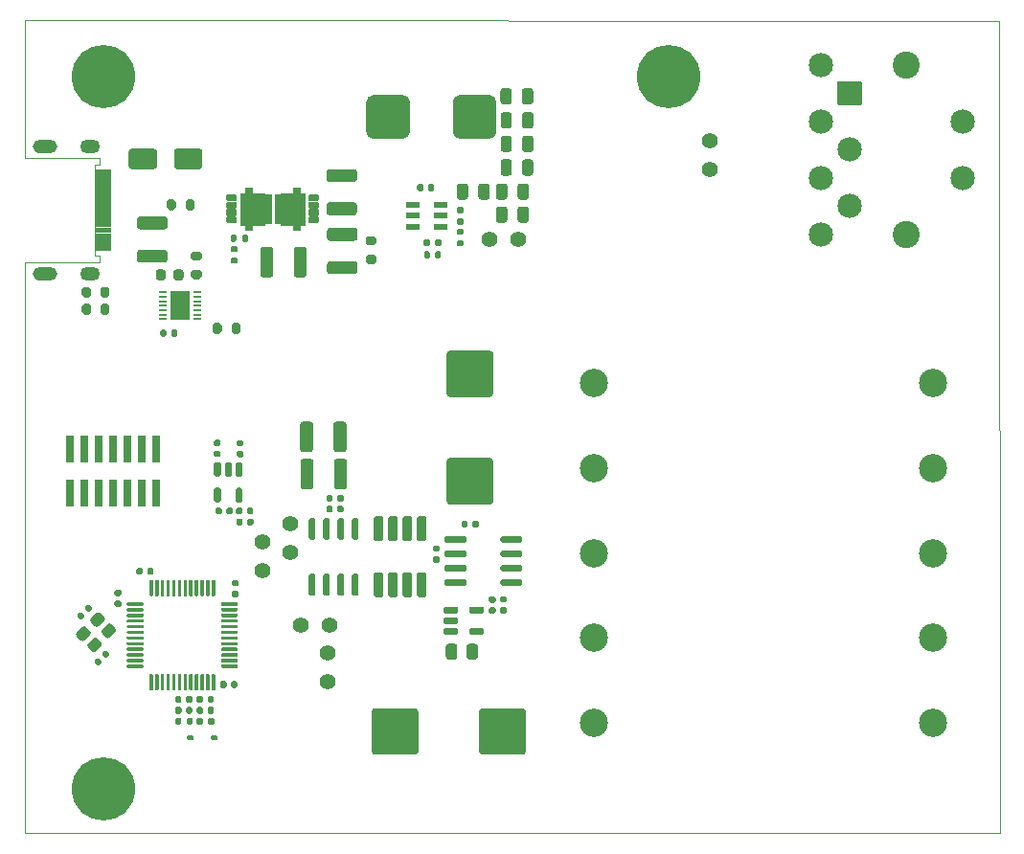
<source format=gts>
G04 #@! TF.GenerationSoftware,KiCad,Pcbnew,9.0.1+1*
G04 #@! TF.CreationDate,2025-09-08T10:07:17+00:00*
G04 #@! TF.ProjectId,c64psu,63363470-7375-42e6-9b69-6361645f7063,rev?*
G04 #@! TF.SameCoordinates,Original*
G04 #@! TF.FileFunction,Soldermask,Top*
G04 #@! TF.FilePolarity,Negative*
%FSLAX46Y46*%
G04 Gerber Fmt 4.6, Leading zero omitted, Abs format (unit mm)*
G04 Created by KiCad (PCBNEW 9.0.1+1) date 2025-09-08 10:07:17*
%MOMM*%
%LPD*%
G01*
G04 APERTURE LIST*
G04 #@! TA.AperFunction,Profile*
%ADD10C,0.050000*%
G04 #@! TD*
%ADD11C,0.010000*%
%ADD12C,2.500000*%
%ADD13C,1.400000*%
%ADD14R,0.800000X0.200000*%
%ADD15R,1.750000X2.650000*%
%ADD16C,3.600000*%
%ADD17C,5.600000*%
%ADD18R,1.200000X0.600000*%
%ADD19R,1.100000X0.600000*%
%ADD20R,1.100000X0.300000*%
%ADD21O,1.754000X1.254000*%
%ADD22O,2.154000X1.254000*%
%ADD23R,0.740000X2.400000*%
%ADD24C,2.400000*%
%ADD25C,2.154000*%
G04 APERTURE END LIST*
D10*
X219224551Y-37033468D02*
X219250062Y-108900624D01*
X133100087Y-108875624D01*
X133075074Y-58400000D01*
X139675000Y-58400000D01*
X139675000Y-57800000D01*
X139250000Y-57800000D01*
X139250000Y-49750000D01*
X139700000Y-49750000D01*
X139700000Y-49150000D01*
X133075000Y-49150000D01*
X133075000Y-37008468D01*
X219224551Y-37033468D01*
D11*
X157405501Y-52282550D02*
X157805500Y-52282550D01*
X157805500Y-55082550D01*
X157405501Y-55082550D01*
X157405500Y-55532551D01*
X156805500Y-55532551D01*
X156805499Y-55082550D01*
X155705500Y-55082550D01*
X155705500Y-54967550D01*
X155155500Y-54967550D01*
X155155500Y-54347550D01*
X155705500Y-54347551D01*
X155705500Y-54317550D01*
X155155500Y-54317550D01*
X155155500Y-53697550D01*
X155705500Y-53697550D01*
X155705500Y-53667550D01*
X155155500Y-53667550D01*
X155155500Y-53047550D01*
X155705500Y-53047550D01*
X155705500Y-53017549D01*
X155155500Y-53017550D01*
X155155500Y-52397550D01*
X155705500Y-52397550D01*
X155705500Y-52282550D01*
X156805499Y-52282550D01*
X156805500Y-51832549D01*
X157405500Y-51832549D01*
X157405501Y-52282550D01*
G36*
X157405501Y-52282550D02*
G01*
X157805500Y-52282550D01*
X157805500Y-55082550D01*
X157405501Y-55082550D01*
X157405500Y-55532551D01*
X156805500Y-55532551D01*
X156805499Y-55082550D01*
X155705500Y-55082550D01*
X155705500Y-54967550D01*
X155155500Y-54967550D01*
X155155500Y-54347550D01*
X155705500Y-54347551D01*
X155705500Y-54317550D01*
X155155500Y-54317550D01*
X155155500Y-53697550D01*
X155705500Y-53697550D01*
X155705500Y-53667550D01*
X155155500Y-53667550D01*
X155155500Y-53047550D01*
X155705500Y-53047550D01*
X155705500Y-53017549D01*
X155155500Y-53017550D01*
X155155500Y-52397550D01*
X155705500Y-52397550D01*
X155705500Y-52282550D01*
X156805499Y-52282550D01*
X156805500Y-51832549D01*
X157405500Y-51832549D01*
X157405501Y-52282550D01*
G37*
X140600000Y-50925000D02*
X139400000Y-50925000D01*
X139400000Y-50225000D01*
X140600000Y-50225000D01*
X140600000Y-50925000D01*
G36*
X140600000Y-50925000D02*
G01*
X139400000Y-50925000D01*
X139400000Y-50225000D01*
X140600000Y-50225000D01*
X140600000Y-50925000D01*
G37*
X140600000Y-51725000D02*
X139400000Y-51725000D01*
X139400000Y-51025000D01*
X140600000Y-51025000D01*
X140600000Y-51725000D01*
G36*
X140600000Y-51725000D02*
G01*
X139400000Y-51725000D01*
X139400000Y-51025000D01*
X140600000Y-51025000D01*
X140600000Y-51725000D01*
G37*
X140600000Y-52224999D02*
X139399999Y-52225000D01*
X139400000Y-51825000D01*
X140600000Y-51825000D01*
X140600000Y-52224999D01*
G36*
X140600000Y-52224999D02*
G01*
X139399999Y-52225000D01*
X139400000Y-51825000D01*
X140600000Y-51825000D01*
X140600000Y-52224999D01*
G37*
X140600000Y-52725000D02*
X139400000Y-52725000D01*
X139400000Y-52325000D01*
X140600000Y-52325000D01*
X140600000Y-52725000D01*
G36*
X140600000Y-52725000D02*
G01*
X139400000Y-52725000D01*
X139400000Y-52325000D01*
X140600000Y-52325000D01*
X140600000Y-52725000D01*
G37*
X140600000Y-52825001D02*
X140600000Y-53225000D01*
X139400000Y-53225000D01*
X139399999Y-52825000D01*
X140600000Y-52825001D01*
G36*
X140600000Y-52825001D02*
G01*
X140600000Y-53225000D01*
X139400000Y-53225000D01*
X139399999Y-52825000D01*
X140600000Y-52825001D01*
G37*
X140600000Y-53725000D02*
X139400000Y-53725000D01*
X139400000Y-53325000D01*
X140600000Y-53325000D01*
X140600000Y-53725000D01*
G36*
X140600000Y-53725000D02*
G01*
X139400000Y-53725000D01*
X139400000Y-53325000D01*
X140600000Y-53325000D01*
X140600000Y-53725000D01*
G37*
X140600000Y-54225000D02*
X139400000Y-54225000D01*
X139400000Y-53825000D01*
X140600000Y-53825000D01*
X140600000Y-54225000D01*
G36*
X140600000Y-54225000D02*
G01*
X139400000Y-54225000D01*
X139400000Y-53825000D01*
X140600000Y-53825000D01*
X140600000Y-54225000D01*
G37*
X140600000Y-54724999D02*
X139399999Y-54725000D01*
X139400000Y-54325000D01*
X140600000Y-54325000D01*
X140600000Y-54724999D01*
G36*
X140600000Y-54724999D02*
G01*
X139399999Y-54725000D01*
X139400000Y-54325000D01*
X140600000Y-54325000D01*
X140600000Y-54724999D01*
G37*
X140600000Y-55225000D02*
X139400000Y-55225000D01*
X139400000Y-54825000D01*
X140600000Y-54825000D01*
X140600000Y-55225000D01*
G36*
X140600000Y-55225000D02*
G01*
X139400000Y-55225000D01*
X139400000Y-54825000D01*
X140600000Y-54825000D01*
X140600000Y-55225000D01*
G37*
X140600000Y-55325001D02*
X140600000Y-55725000D01*
X139400000Y-55725000D01*
X139399999Y-55325000D01*
X140600000Y-55325001D01*
G36*
X140600000Y-55325001D02*
G01*
X140600000Y-55725000D01*
X139400000Y-55725000D01*
X139399999Y-55325000D01*
X140600000Y-55325001D01*
G37*
X140600000Y-56525000D02*
X139400000Y-56525000D01*
X139400000Y-55825000D01*
X140600000Y-55825000D01*
X140600000Y-56525000D01*
G36*
X140600000Y-56525000D02*
G01*
X139400000Y-56525000D01*
X139400000Y-55825000D01*
X140600000Y-55825000D01*
X140600000Y-56525000D01*
G37*
X140600000Y-57325000D02*
X139400000Y-57325000D01*
X139400000Y-56625000D01*
X140600000Y-56625000D01*
X140600000Y-57325000D01*
G36*
X140600000Y-57325000D02*
G01*
X139400000Y-57325000D01*
X139400000Y-56625000D01*
X140600000Y-56625000D01*
X140600000Y-57325000D01*
G37*
X153165101Y-52272750D02*
X154265100Y-52272750D01*
X154265100Y-52387750D01*
X154815100Y-52387750D01*
X154815100Y-53007750D01*
X154265100Y-53007749D01*
X154265100Y-53037750D01*
X154815100Y-53037750D01*
X154815100Y-53657750D01*
X154265100Y-53657750D01*
X154265100Y-53687750D01*
X154815100Y-53687750D01*
X154815100Y-54307750D01*
X154265100Y-54307750D01*
X154265100Y-54337751D01*
X154815100Y-54337750D01*
X154815100Y-54957750D01*
X154265100Y-54957750D01*
X154265100Y-55072750D01*
X153165101Y-55072750D01*
X153165100Y-55522751D01*
X152565100Y-55522751D01*
X152565099Y-55072750D01*
X152165100Y-55072750D01*
X152165100Y-52272750D01*
X152565099Y-52272750D01*
X152565100Y-51822749D01*
X153165100Y-51822749D01*
X153165101Y-52272750D01*
G36*
X153165101Y-52272750D02*
G01*
X154265100Y-52272750D01*
X154265100Y-52387750D01*
X154815100Y-52387750D01*
X154815100Y-53007750D01*
X154265100Y-53007749D01*
X154265100Y-53037750D01*
X154815100Y-53037750D01*
X154815100Y-53657750D01*
X154265100Y-53657750D01*
X154265100Y-53687750D01*
X154815100Y-53687750D01*
X154815100Y-54307750D01*
X154265100Y-54307750D01*
X154265100Y-54337751D01*
X154815100Y-54337750D01*
X154815100Y-54957750D01*
X154265100Y-54957750D01*
X154265100Y-55072750D01*
X153165101Y-55072750D01*
X153165100Y-55522751D01*
X152565100Y-55522751D01*
X152565099Y-55072750D01*
X152165100Y-55072750D01*
X152165100Y-52272750D01*
X152565099Y-52272750D01*
X152565100Y-51822749D01*
X153165100Y-51822749D01*
X153165101Y-52272750D01*
G37*
D12*
X183370000Y-69110000D03*
X183370000Y-76610000D03*
X183370000Y-84110000D03*
X183370000Y-91610000D03*
X183370000Y-99110000D03*
X213370000Y-69110000D03*
X213370000Y-76610000D03*
X213370000Y-84110000D03*
X213370000Y-91610000D03*
X213370000Y-99110000D03*
G36*
G01*
X164655000Y-88002000D02*
X164055000Y-88002000D01*
G75*
G02*
X163953000Y-87900000I0J102000D01*
G01*
X163953000Y-85930000D01*
G75*
G02*
X164055000Y-85828000I102000J0D01*
G01*
X164655000Y-85828000D01*
G75*
G02*
X164757000Y-85930000I0J-102000D01*
G01*
X164757000Y-87900000D01*
G75*
G02*
X164655000Y-88002000I-102000J0D01*
G01*
G37*
G36*
G01*
X165925000Y-88002000D02*
X165325000Y-88002000D01*
G75*
G02*
X165223000Y-87900000I0J102000D01*
G01*
X165223000Y-85930000D01*
G75*
G02*
X165325000Y-85828000I102000J0D01*
G01*
X165925000Y-85828000D01*
G75*
G02*
X166027000Y-85930000I0J-102000D01*
G01*
X166027000Y-87900000D01*
G75*
G02*
X165925000Y-88002000I-102000J0D01*
G01*
G37*
G36*
G01*
X167195000Y-88002000D02*
X166595000Y-88002000D01*
G75*
G02*
X166493000Y-87900000I0J102000D01*
G01*
X166493000Y-85930000D01*
G75*
G02*
X166595000Y-85828000I102000J0D01*
G01*
X167195000Y-85828000D01*
G75*
G02*
X167297000Y-85930000I0J-102000D01*
G01*
X167297000Y-87900000D01*
G75*
G02*
X167195000Y-88002000I-102000J0D01*
G01*
G37*
G36*
G01*
X168465000Y-88002000D02*
X167865000Y-88002000D01*
G75*
G02*
X167763000Y-87900000I0J102000D01*
G01*
X167763000Y-85930000D01*
G75*
G02*
X167865000Y-85828000I102000J0D01*
G01*
X168465000Y-85828000D01*
G75*
G02*
X168567000Y-85930000I0J-102000D01*
G01*
X168567000Y-87900000D01*
G75*
G02*
X168465000Y-88002000I-102000J0D01*
G01*
G37*
G36*
G01*
X168465000Y-83052000D02*
X167865000Y-83052000D01*
G75*
G02*
X167763000Y-82950000I0J102000D01*
G01*
X167763000Y-80980000D01*
G75*
G02*
X167865000Y-80878000I102000J0D01*
G01*
X168465000Y-80878000D01*
G75*
G02*
X168567000Y-80980000I0J-102000D01*
G01*
X168567000Y-82950000D01*
G75*
G02*
X168465000Y-83052000I-102000J0D01*
G01*
G37*
G36*
G01*
X167195000Y-83052000D02*
X166595000Y-83052000D01*
G75*
G02*
X166493000Y-82950000I0J102000D01*
G01*
X166493000Y-80980000D01*
G75*
G02*
X166595000Y-80878000I102000J0D01*
G01*
X167195000Y-80878000D01*
G75*
G02*
X167297000Y-80980000I0J-102000D01*
G01*
X167297000Y-82950000D01*
G75*
G02*
X167195000Y-83052000I-102000J0D01*
G01*
G37*
G36*
G01*
X165925000Y-83052000D02*
X165325000Y-83052000D01*
G75*
G02*
X165223000Y-82950000I0J102000D01*
G01*
X165223000Y-80980000D01*
G75*
G02*
X165325000Y-80878000I102000J0D01*
G01*
X165925000Y-80878000D01*
G75*
G02*
X166027000Y-80980000I0J-102000D01*
G01*
X166027000Y-82950000D01*
G75*
G02*
X165925000Y-83052000I-102000J0D01*
G01*
G37*
G36*
G01*
X164655000Y-83052000D02*
X164055000Y-83052000D01*
G75*
G02*
X163953000Y-82950000I0J102000D01*
G01*
X163953000Y-80980000D01*
G75*
G02*
X164055000Y-80878000I102000J0D01*
G01*
X164655000Y-80878000D01*
G75*
G02*
X164757000Y-80980000I0J-102000D01*
G01*
X164757000Y-82950000D01*
G75*
G02*
X164655000Y-83052000I-102000J0D01*
G01*
G37*
G36*
G01*
X174732301Y-54655750D02*
X174732301Y-53705750D01*
G75*
G02*
X174982301Y-53455750I250000J0D01*
G01*
X175482301Y-53455750D01*
G75*
G02*
X175732301Y-53705750I0J-250000D01*
G01*
X175732301Y-54655750D01*
G75*
G02*
X175482301Y-54905750I-250000J0D01*
G01*
X174982301Y-54905750D01*
G75*
G02*
X174732301Y-54655750I0J250000D01*
G01*
G37*
G36*
G01*
X176632299Y-54655750D02*
X176632299Y-53705750D01*
G75*
G02*
X176882299Y-53455750I250000J0D01*
G01*
X177382299Y-53455750D01*
G75*
G02*
X177632299Y-53705750I0J-250000D01*
G01*
X177632299Y-54655750D01*
G75*
G02*
X177382299Y-54905750I-250000J0D01*
G01*
X176882299Y-54905750D01*
G75*
G02*
X176632299Y-54655750I0J250000D01*
G01*
G37*
D13*
X157500000Y-90520000D03*
X160040000Y-90520000D03*
G36*
G01*
X175138701Y-50490150D02*
X175138701Y-49540150D01*
G75*
G02*
X175388701Y-49290150I250000J0D01*
G01*
X175888701Y-49290150D01*
G75*
G02*
X176138701Y-49540150I0J-250000D01*
G01*
X176138701Y-50490150D01*
G75*
G02*
X175888701Y-50740150I-250000J0D01*
G01*
X175388701Y-50740150D01*
G75*
G02*
X175138701Y-50490150I0J250000D01*
G01*
G37*
G36*
G01*
X177038699Y-50490150D02*
X177038699Y-49540150D01*
G75*
G02*
X177288699Y-49290150I250000J0D01*
G01*
X177788699Y-49290150D01*
G75*
G02*
X178038699Y-49540150I0J-250000D01*
G01*
X178038699Y-50490150D01*
G75*
G02*
X177788699Y-50740150I-250000J0D01*
G01*
X177288699Y-50740150D01*
G75*
G02*
X177038699Y-50490150I0J250000D01*
G01*
G37*
X159870000Y-92960001D03*
X159870000Y-95500001D03*
G36*
G01*
X144665000Y-59766250D02*
X144665000Y-59253750D01*
G75*
G02*
X144883750Y-59035000I218750J0D01*
G01*
X145321250Y-59035000D01*
G75*
G02*
X145540000Y-59253750I0J-218750D01*
G01*
X145540000Y-59766250D01*
G75*
G02*
X145321250Y-59985000I-218750J0D01*
G01*
X144883750Y-59985000D01*
G75*
G02*
X144665000Y-59766250I0J218750D01*
G01*
G37*
G36*
G01*
X146240000Y-59766250D02*
X146240000Y-59253750D01*
G75*
G02*
X146458750Y-59035000I218750J0D01*
G01*
X146896250Y-59035000D01*
G75*
G02*
X147115000Y-59253750I0J-218750D01*
G01*
X147115000Y-59766250D01*
G75*
G02*
X146896250Y-59985000I-218750J0D01*
G01*
X146458750Y-59985000D01*
G75*
G02*
X146240000Y-59766250I0J218750D01*
G01*
G37*
G36*
G01*
X151454499Y-80227700D02*
X151454499Y-80567700D01*
G75*
G02*
X151314499Y-80707700I-140000J0D01*
G01*
X151034499Y-80707700D01*
G75*
G02*
X150894499Y-80567700I0J140000D01*
G01*
X150894499Y-80227700D01*
G75*
G02*
X151034499Y-80087700I140000J0D01*
G01*
X151314499Y-80087700D01*
G75*
G02*
X151454499Y-80227700I0J-140000D01*
G01*
G37*
G36*
G01*
X150494499Y-80227700D02*
X150494499Y-80567700D01*
G75*
G02*
X150354499Y-80707700I-140000J0D01*
G01*
X150074499Y-80707700D01*
G75*
G02*
X149934499Y-80567700I0J140000D01*
G01*
X149934499Y-80227700D01*
G75*
G02*
X150074499Y-80087700I140000J0D01*
G01*
X150354499Y-80087700D01*
G75*
G02*
X150494499Y-80227700I0J-140000D01*
G01*
G37*
D14*
X148317500Y-63436750D03*
X148317500Y-63036750D03*
X148317500Y-62636750D03*
X148317500Y-62236750D03*
X148317500Y-61836750D03*
X148317500Y-61436750D03*
X148317500Y-61036750D03*
X145317500Y-61036750D03*
X145317500Y-61436750D03*
X145317500Y-61836750D03*
X145317500Y-62236750D03*
X145317500Y-62636750D03*
X145317500Y-63036750D03*
X145317500Y-63436750D03*
D15*
X146817500Y-62236750D03*
D16*
X190000000Y-42000000D03*
D17*
X190000000Y-42000000D03*
G36*
G01*
X140577300Y-60763750D02*
X140577300Y-61313750D01*
G75*
G02*
X140377300Y-61513750I-200000J0D01*
G01*
X139977300Y-61513750D01*
G75*
G02*
X139777300Y-61313750I0J200000D01*
G01*
X139777300Y-60763750D01*
G75*
G02*
X139977300Y-60563750I200000J0D01*
G01*
X140377300Y-60563750D01*
G75*
G02*
X140577300Y-60763750I0J-200000D01*
G01*
G37*
G36*
G01*
X138927300Y-60763750D02*
X138927300Y-61313750D01*
G75*
G02*
X138727300Y-61513750I-200000J0D01*
G01*
X138327300Y-61513750D01*
G75*
G02*
X138127300Y-61313750I0J200000D01*
G01*
X138127300Y-60763750D01*
G75*
G02*
X138327300Y-60563750I200000J0D01*
G01*
X138727300Y-60563750D01*
G75*
G02*
X138927300Y-60763750I0J-200000D01*
G01*
G37*
G36*
G01*
X174240000Y-87950000D02*
X174580000Y-87950000D01*
G75*
G02*
X174720000Y-88090000I0J-140000D01*
G01*
X174720000Y-88370000D01*
G75*
G02*
X174580000Y-88510000I-140000J0D01*
G01*
X174240000Y-88510000D01*
G75*
G02*
X174100000Y-88370000I0J140000D01*
G01*
X174100000Y-88090000D01*
G75*
G02*
X174240000Y-87950000I140000J0D01*
G01*
G37*
G36*
G01*
X174240000Y-88910000D02*
X174580000Y-88910000D01*
G75*
G02*
X174720000Y-89050000I0J-140000D01*
G01*
X174720000Y-89330000D01*
G75*
G02*
X174580000Y-89470000I-140000J0D01*
G01*
X174240000Y-89470000D01*
G75*
G02*
X174100000Y-89330000I0J140000D01*
G01*
X174100000Y-89050000D01*
G75*
G02*
X174240000Y-88910000I140000J0D01*
G01*
G37*
G36*
G01*
X175123500Y-44190950D02*
X175123500Y-43240950D01*
G75*
G02*
X175373500Y-42990950I250000J0D01*
G01*
X175873500Y-42990950D01*
G75*
G02*
X176123500Y-43240950I0J-250000D01*
G01*
X176123500Y-44190950D01*
G75*
G02*
X175873500Y-44440950I-250000J0D01*
G01*
X175373500Y-44440950D01*
G75*
G02*
X175123500Y-44190950I0J250000D01*
G01*
G37*
G36*
G01*
X177023498Y-44190950D02*
X177023498Y-43240950D01*
G75*
G02*
X177273498Y-42990950I250000J0D01*
G01*
X177773498Y-42990950D01*
G75*
G02*
X178023498Y-43240950I0J-250000D01*
G01*
X178023498Y-44190950D01*
G75*
G02*
X177773498Y-44440950I-250000J0D01*
G01*
X177273498Y-44440950D01*
G75*
G02*
X177023498Y-44190950I0J250000D01*
G01*
G37*
G36*
G01*
X151410100Y-56958750D02*
X151780100Y-56958750D01*
G75*
G02*
X151915100Y-57093750I0J-135000D01*
G01*
X151915100Y-57363750D01*
G75*
G02*
X151780100Y-57498750I-135000J0D01*
G01*
X151410100Y-57498750D01*
G75*
G02*
X151275100Y-57363750I0J135000D01*
G01*
X151275100Y-57093750D01*
G75*
G02*
X151410100Y-56958750I135000J0D01*
G01*
G37*
G36*
G01*
X151410100Y-57978748D02*
X151780100Y-57978748D01*
G75*
G02*
X151915100Y-58113748I0J-135000D01*
G01*
X151915100Y-58383748D01*
G75*
G02*
X151780100Y-58518748I-135000J0D01*
G01*
X151410100Y-58518748D01*
G75*
G02*
X151275100Y-58383748I0J135000D01*
G01*
X151275100Y-58113748D01*
G75*
G02*
X151410100Y-57978748I135000J0D01*
G01*
G37*
G36*
G01*
X148282200Y-98197000D02*
X148282200Y-97857000D01*
G75*
G02*
X148422200Y-97717000I140000J0D01*
G01*
X148702200Y-97717000D01*
G75*
G02*
X148842200Y-97857000I0J-140000D01*
G01*
X148842200Y-98197000D01*
G75*
G02*
X148702200Y-98337000I-140000J0D01*
G01*
X148422200Y-98337000D01*
G75*
G02*
X148282200Y-98197000I0J140000D01*
G01*
G37*
G36*
G01*
X149242200Y-98197000D02*
X149242200Y-97857000D01*
G75*
G02*
X149382200Y-97717000I140000J0D01*
G01*
X149662200Y-97717000D01*
G75*
G02*
X149802200Y-97857000I0J-140000D01*
G01*
X149802200Y-98197000D01*
G75*
G02*
X149662200Y-98337000I-140000J0D01*
G01*
X149382200Y-98337000D01*
G75*
G02*
X149242200Y-98197000I0J140000D01*
G01*
G37*
G36*
G01*
X171374500Y-53504350D02*
X171744500Y-53504350D01*
G75*
G02*
X171879500Y-53639350I0J-135000D01*
G01*
X171879500Y-53909350D01*
G75*
G02*
X171744500Y-54044350I-135000J0D01*
G01*
X171374500Y-54044350D01*
G75*
G02*
X171239500Y-53909350I0J135000D01*
G01*
X171239500Y-53639350D01*
G75*
G02*
X171374500Y-53504350I135000J0D01*
G01*
G37*
G36*
G01*
X171374500Y-54524348D02*
X171744500Y-54524348D01*
G75*
G02*
X171879500Y-54659348I0J-135000D01*
G01*
X171879500Y-54929348D01*
G75*
G02*
X171744500Y-55064348I-135000J0D01*
G01*
X171374500Y-55064348D01*
G75*
G02*
X171239500Y-54929348I0J135000D01*
G01*
X171239500Y-54659348D01*
G75*
G02*
X171374500Y-54524348I135000J0D01*
G01*
G37*
G36*
G01*
X137957007Y-89997809D02*
X137716591Y-89757393D01*
G75*
G02*
X137716591Y-89559403I98995J98995D01*
G01*
X137914581Y-89361413D01*
G75*
G02*
X138112571Y-89361413I98995J-98995D01*
G01*
X138352987Y-89601829D01*
G75*
G02*
X138352987Y-89799819I-98995J-98995D01*
G01*
X138154997Y-89997809D01*
G75*
G02*
X137957007Y-89997809I-98995J98995D01*
G01*
G37*
G36*
G01*
X138635829Y-89318987D02*
X138395413Y-89078571D01*
G75*
G02*
X138395413Y-88880581I98995J98995D01*
G01*
X138593403Y-88682591D01*
G75*
G02*
X138791393Y-88682591I98995J-98995D01*
G01*
X139031809Y-88923007D01*
G75*
G02*
X139031809Y-89120997I-98995J-98995D01*
G01*
X138833819Y-89318987D01*
G75*
G02*
X138635829Y-89318987I-98995J98995D01*
G01*
G37*
G36*
G01*
X145645700Y-53592150D02*
X145645700Y-53042150D01*
G75*
G02*
X145845700Y-52842150I200000J0D01*
G01*
X146245700Y-52842150D01*
G75*
G02*
X146445700Y-53042150I0J-200000D01*
G01*
X146445700Y-53592150D01*
G75*
G02*
X146245700Y-53792150I-200000J0D01*
G01*
X145845700Y-53792150D01*
G75*
G02*
X145645700Y-53592150I0J200000D01*
G01*
G37*
G36*
G01*
X147295700Y-53592150D02*
X147295700Y-53042150D01*
G75*
G02*
X147495700Y-52842150I200000J0D01*
G01*
X147895700Y-52842150D01*
G75*
G02*
X148095700Y-53042150I0J-200000D01*
G01*
X148095700Y-53592150D01*
G75*
G02*
X147895700Y-53792150I-200000J0D01*
G01*
X147495700Y-53792150D01*
G75*
G02*
X147295700Y-53592150I0J200000D01*
G01*
G37*
G36*
G01*
X171374500Y-55432751D02*
X171744500Y-55432751D01*
G75*
G02*
X171879500Y-55567751I0J-135000D01*
G01*
X171879500Y-55837751D01*
G75*
G02*
X171744500Y-55972751I-135000J0D01*
G01*
X171374500Y-55972751D01*
G75*
G02*
X171239500Y-55837751I0J135000D01*
G01*
X171239500Y-55567751D01*
G75*
G02*
X171374500Y-55432751I135000J0D01*
G01*
G37*
G36*
G01*
X171374500Y-56452749D02*
X171744500Y-56452749D01*
G75*
G02*
X171879500Y-56587749I0J-135000D01*
G01*
X171879500Y-56857749D01*
G75*
G02*
X171744500Y-56992749I-135000J0D01*
G01*
X171374500Y-56992749D01*
G75*
G02*
X171239500Y-56857749I0J135000D01*
G01*
X171239500Y-56587749D01*
G75*
G02*
X171374500Y-56452749I135000J0D01*
G01*
G37*
G36*
G01*
X142281098Y-49903150D02*
X142281098Y-48603150D01*
G75*
G02*
X142531098Y-48353150I250000J0D01*
G01*
X144531098Y-48353150D01*
G75*
G02*
X144781098Y-48603150I0J-250000D01*
G01*
X144781098Y-49903150D01*
G75*
G02*
X144531098Y-50153150I-250000J0D01*
G01*
X142531098Y-50153150D01*
G75*
G02*
X142281098Y-49903150I0J250000D01*
G01*
G37*
G36*
G01*
X146281100Y-49903150D02*
X146281100Y-48603150D01*
G75*
G02*
X146531100Y-48353150I250000J0D01*
G01*
X148531100Y-48353150D01*
G75*
G02*
X148781100Y-48603150I0J-250000D01*
G01*
X148781100Y-49903150D01*
G75*
G02*
X148531100Y-50153150I-250000J0D01*
G01*
X146531100Y-50153150D01*
G75*
G02*
X146281100Y-49903150I0J250000D01*
G01*
G37*
G36*
G01*
X150254899Y-75620500D02*
X149914899Y-75620500D01*
G75*
G02*
X149774899Y-75480500I0J140000D01*
G01*
X149774899Y-75200500D01*
G75*
G02*
X149914899Y-75060500I140000J0D01*
G01*
X150254899Y-75060500D01*
G75*
G02*
X150394899Y-75200500I0J-140000D01*
G01*
X150394899Y-75480500D01*
G75*
G02*
X150254899Y-75620500I-140000J0D01*
G01*
G37*
G36*
G01*
X150254899Y-74660500D02*
X149914899Y-74660500D01*
G75*
G02*
X149774899Y-74520500I0J140000D01*
G01*
X149774899Y-74240500D01*
G75*
G02*
X149914899Y-74100500I140000J0D01*
G01*
X150254899Y-74100500D01*
G75*
G02*
X150394899Y-74240500I0J-140000D01*
G01*
X150394899Y-74520500D01*
G75*
G02*
X150254899Y-74660500I-140000J0D01*
G01*
G37*
G36*
G01*
X159057500Y-54447550D02*
X159057500Y-54867550D01*
G75*
G02*
X158955500Y-54969550I-102000J0D01*
G01*
X158255500Y-54969550D01*
G75*
G02*
X158153500Y-54867550I0J102000D01*
G01*
X158153500Y-54447550D01*
G75*
G02*
X158255500Y-54345550I102000J0D01*
G01*
X158955500Y-54345550D01*
G75*
G02*
X159057500Y-54447550I0J-102000D01*
G01*
G37*
G36*
G01*
X159057500Y-53797550D02*
X159057500Y-54217550D01*
G75*
G02*
X158955500Y-54319550I-102000J0D01*
G01*
X158255500Y-54319550D01*
G75*
G02*
X158153500Y-54217550I0J102000D01*
G01*
X158153500Y-53797550D01*
G75*
G02*
X158255500Y-53695550I102000J0D01*
G01*
X158955500Y-53695550D01*
G75*
G02*
X159057500Y-53797550I0J-102000D01*
G01*
G37*
G36*
G01*
X159057500Y-53147550D02*
X159057500Y-53567550D01*
G75*
G02*
X158955500Y-53669550I-102000J0D01*
G01*
X158255500Y-53669550D01*
G75*
G02*
X158153500Y-53567550I0J102000D01*
G01*
X158153500Y-53147550D01*
G75*
G02*
X158255500Y-53045550I102000J0D01*
G01*
X158955500Y-53045550D01*
G75*
G02*
X159057500Y-53147550I0J-102000D01*
G01*
G37*
G36*
G01*
X159057500Y-52497550D02*
X159057500Y-52917550D01*
G75*
G02*
X158955500Y-53019550I-102000J0D01*
G01*
X158255500Y-53019550D01*
G75*
G02*
X158153500Y-52917550I0J102000D01*
G01*
X158153500Y-52497550D01*
G75*
G02*
X158255500Y-52395550I102000J0D01*
G01*
X158955500Y-52395550D01*
G75*
G02*
X159057500Y-52497550I0J-102000D01*
G01*
G37*
D13*
X156510000Y-84019999D03*
X156510000Y-81479999D03*
G36*
G01*
X161520001Y-72740000D02*
X161520001Y-74940000D01*
G75*
G02*
X161270001Y-75190000I-250000J0D01*
G01*
X160620001Y-75190000D01*
G75*
G02*
X160370001Y-74940000I0J250000D01*
G01*
X160370001Y-72740000D01*
G75*
G02*
X160620001Y-72490000I250000J0D01*
G01*
X161270001Y-72490000D01*
G75*
G02*
X161520001Y-72740000I0J-250000D01*
G01*
G37*
G36*
G01*
X158569999Y-72740000D02*
X158569999Y-74940000D01*
G75*
G02*
X158319999Y-75190000I-250000J0D01*
G01*
X157669999Y-75190000D01*
G75*
G02*
X157419999Y-74940000I0J250000D01*
G01*
X157419999Y-72740000D01*
G75*
G02*
X157669999Y-72490000I250000J0D01*
G01*
X158319999Y-72490000D01*
G75*
G02*
X158569999Y-72740000I0J-250000D01*
G01*
G37*
G36*
G01*
X174177899Y-51673750D02*
X174177899Y-52623750D01*
G75*
G02*
X173927899Y-52873750I-250000J0D01*
G01*
X173427899Y-52873750D01*
G75*
G02*
X173177899Y-52623750I0J250000D01*
G01*
X173177899Y-51673750D01*
G75*
G02*
X173427899Y-51423750I250000J0D01*
G01*
X173927899Y-51423750D01*
G75*
G02*
X174177899Y-51673750I0J-250000D01*
G01*
G37*
G36*
G01*
X172277901Y-51673750D02*
X172277901Y-52623750D01*
G75*
G02*
X172027901Y-52873750I-250000J0D01*
G01*
X171527901Y-52873750D01*
G75*
G02*
X171277901Y-52623750I0J250000D01*
G01*
X171277901Y-51673750D01*
G75*
G02*
X171527901Y-51423750I250000J0D01*
G01*
X172027901Y-51423750D01*
G75*
G02*
X172277901Y-51673750I0J-250000D01*
G01*
G37*
G36*
G01*
X158640000Y-87895000D02*
X158340000Y-87895000D01*
G75*
G02*
X158190000Y-87745000I0J150000D01*
G01*
X158190000Y-86095000D01*
G75*
G02*
X158340000Y-85945000I150000J0D01*
G01*
X158640000Y-85945000D01*
G75*
G02*
X158790000Y-86095000I0J-150000D01*
G01*
X158790000Y-87745000D01*
G75*
G02*
X158640000Y-87895000I-150000J0D01*
G01*
G37*
G36*
G01*
X159910000Y-87895000D02*
X159610000Y-87895000D01*
G75*
G02*
X159460000Y-87745000I0J150000D01*
G01*
X159460000Y-86095000D01*
G75*
G02*
X159610000Y-85945000I150000J0D01*
G01*
X159910000Y-85945000D01*
G75*
G02*
X160060000Y-86095000I0J-150000D01*
G01*
X160060000Y-87745000D01*
G75*
G02*
X159910000Y-87895000I-150000J0D01*
G01*
G37*
G36*
G01*
X161180000Y-87895000D02*
X160880000Y-87895000D01*
G75*
G02*
X160730000Y-87745000I0J150000D01*
G01*
X160730000Y-86095000D01*
G75*
G02*
X160880000Y-85945000I150000J0D01*
G01*
X161180000Y-85945000D01*
G75*
G02*
X161330000Y-86095000I0J-150000D01*
G01*
X161330000Y-87745000D01*
G75*
G02*
X161180000Y-87895000I-150000J0D01*
G01*
G37*
G36*
G01*
X162450000Y-87895000D02*
X162150000Y-87895000D01*
G75*
G02*
X162000000Y-87745000I0J150000D01*
G01*
X162000000Y-86095000D01*
G75*
G02*
X162150000Y-85945000I150000J0D01*
G01*
X162450000Y-85945000D01*
G75*
G02*
X162600000Y-86095000I0J-150000D01*
G01*
X162600000Y-87745000D01*
G75*
G02*
X162450000Y-87895000I-150000J0D01*
G01*
G37*
G36*
G01*
X162450000Y-82945000D02*
X162150000Y-82945000D01*
G75*
G02*
X162000000Y-82795000I0J150000D01*
G01*
X162000000Y-81145000D01*
G75*
G02*
X162150000Y-80995000I150000J0D01*
G01*
X162450000Y-80995000D01*
G75*
G02*
X162600000Y-81145000I0J-150000D01*
G01*
X162600000Y-82795000D01*
G75*
G02*
X162450000Y-82945000I-150000J0D01*
G01*
G37*
G36*
G01*
X161180000Y-82945000D02*
X160880000Y-82945000D01*
G75*
G02*
X160730000Y-82795000I0J150000D01*
G01*
X160730000Y-81145000D01*
G75*
G02*
X160880000Y-80995000I150000J0D01*
G01*
X161180000Y-80995000D01*
G75*
G02*
X161330000Y-81145000I0J-150000D01*
G01*
X161330000Y-82795000D01*
G75*
G02*
X161180000Y-82945000I-150000J0D01*
G01*
G37*
G36*
G01*
X159910000Y-82945000D02*
X159610000Y-82945000D01*
G75*
G02*
X159460000Y-82795000I0J150000D01*
G01*
X159460000Y-81145000D01*
G75*
G02*
X159610000Y-80995000I150000J0D01*
G01*
X159910000Y-80995000D01*
G75*
G02*
X160060000Y-81145000I0J-150000D01*
G01*
X160060000Y-82795000D01*
G75*
G02*
X159910000Y-82945000I-150000J0D01*
G01*
G37*
G36*
G01*
X158640000Y-82945000D02*
X158340000Y-82945000D01*
G75*
G02*
X158190000Y-82795000I0J150000D01*
G01*
X158190000Y-81145000D01*
G75*
G02*
X158340000Y-80995000I150000J0D01*
G01*
X158640000Y-80995000D01*
G75*
G02*
X158790000Y-81145000I0J-150000D01*
G01*
X158790000Y-82795000D01*
G75*
G02*
X158640000Y-82945000I-150000J0D01*
G01*
G37*
G36*
G01*
X152286899Y-75643300D02*
X151946899Y-75643300D01*
G75*
G02*
X151806899Y-75503300I0J140000D01*
G01*
X151806899Y-75223300D01*
G75*
G02*
X151946899Y-75083300I140000J0D01*
G01*
X152286899Y-75083300D01*
G75*
G02*
X152426899Y-75223300I0J-140000D01*
G01*
X152426899Y-75503300D01*
G75*
G02*
X152286899Y-75643300I-140000J0D01*
G01*
G37*
G36*
G01*
X152286899Y-74683300D02*
X151946899Y-74683300D01*
G75*
G02*
X151806899Y-74543300I0J140000D01*
G01*
X151806899Y-74263300D01*
G75*
G02*
X151946899Y-74123300I140000J0D01*
G01*
X152286899Y-74123300D01*
G75*
G02*
X152426899Y-74263300I0J-140000D01*
G01*
X152426899Y-74543300D01*
G75*
G02*
X152286899Y-74683300I-140000J0D01*
G01*
G37*
G36*
G01*
X147899800Y-97857000D02*
X147899800Y-98197000D01*
G75*
G02*
X147759800Y-98337000I-140000J0D01*
G01*
X147479800Y-98337000D01*
G75*
G02*
X147339800Y-98197000I0J140000D01*
G01*
X147339800Y-97857000D01*
G75*
G02*
X147479800Y-97717000I140000J0D01*
G01*
X147759800Y-97717000D01*
G75*
G02*
X147899800Y-97857000I0J-140000D01*
G01*
G37*
G36*
G01*
X146939800Y-97857000D02*
X146939800Y-98197000D01*
G75*
G02*
X146799800Y-98337000I-140000J0D01*
G01*
X146519800Y-98337000D01*
G75*
G02*
X146379800Y-98197000I0J140000D01*
G01*
X146379800Y-97857000D01*
G75*
G02*
X146519800Y-97717000I140000J0D01*
G01*
X146799800Y-97717000D01*
G75*
G02*
X146939800Y-97857000I0J-140000D01*
G01*
G37*
G36*
G01*
X149822199Y-98807200D02*
X149822199Y-99177200D01*
G75*
G02*
X149687199Y-99312200I-135000J0D01*
G01*
X149417199Y-99312200D01*
G75*
G02*
X149282199Y-99177200I0J135000D01*
G01*
X149282199Y-98807200D01*
G75*
G02*
X149417199Y-98672200I135000J0D01*
G01*
X149687199Y-98672200D01*
G75*
G02*
X149822199Y-98807200I0J-135000D01*
G01*
G37*
G36*
G01*
X148802201Y-98807200D02*
X148802201Y-99177200D01*
G75*
G02*
X148667201Y-99312200I-135000J0D01*
G01*
X148397201Y-99312200D01*
G75*
G02*
X148262201Y-99177200I0J135000D01*
G01*
X148262201Y-98807200D01*
G75*
G02*
X148397201Y-98672200I135000J0D01*
G01*
X148667201Y-98672200D01*
G75*
G02*
X148802201Y-98807200I0J-135000D01*
G01*
G37*
G36*
G01*
X142110200Y-88697200D02*
X142110200Y-88547200D01*
G75*
G02*
X142185200Y-88472200I75000J0D01*
G01*
X143510200Y-88472200D01*
G75*
G02*
X143585200Y-88547200I0J-75000D01*
G01*
X143585200Y-88697200D01*
G75*
G02*
X143510200Y-88772200I-75000J0D01*
G01*
X142185200Y-88772200D01*
G75*
G02*
X142110200Y-88697200I0J75000D01*
G01*
G37*
G36*
G01*
X142110200Y-89197200D02*
X142110200Y-89047200D01*
G75*
G02*
X142185200Y-88972200I75000J0D01*
G01*
X143510200Y-88972200D01*
G75*
G02*
X143585200Y-89047200I0J-75000D01*
G01*
X143585200Y-89197200D01*
G75*
G02*
X143510200Y-89272200I-75000J0D01*
G01*
X142185200Y-89272200D01*
G75*
G02*
X142110200Y-89197200I0J75000D01*
G01*
G37*
G36*
G01*
X142110200Y-89697200D02*
X142110200Y-89547200D01*
G75*
G02*
X142185200Y-89472200I75000J0D01*
G01*
X143510200Y-89472200D01*
G75*
G02*
X143585200Y-89547200I0J-75000D01*
G01*
X143585200Y-89697200D01*
G75*
G02*
X143510200Y-89772200I-75000J0D01*
G01*
X142185200Y-89772200D01*
G75*
G02*
X142110200Y-89697200I0J75000D01*
G01*
G37*
G36*
G01*
X142110200Y-90197200D02*
X142110200Y-90047200D01*
G75*
G02*
X142185200Y-89972200I75000J0D01*
G01*
X143510200Y-89972200D01*
G75*
G02*
X143585200Y-90047200I0J-75000D01*
G01*
X143585200Y-90197200D01*
G75*
G02*
X143510200Y-90272200I-75000J0D01*
G01*
X142185200Y-90272200D01*
G75*
G02*
X142110200Y-90197200I0J75000D01*
G01*
G37*
G36*
G01*
X142110200Y-90697200D02*
X142110200Y-90547200D01*
G75*
G02*
X142185200Y-90472200I75000J0D01*
G01*
X143510200Y-90472200D01*
G75*
G02*
X143585200Y-90547200I0J-75000D01*
G01*
X143585200Y-90697200D01*
G75*
G02*
X143510200Y-90772200I-75000J0D01*
G01*
X142185200Y-90772200D01*
G75*
G02*
X142110200Y-90697200I0J75000D01*
G01*
G37*
G36*
G01*
X142110200Y-91197200D02*
X142110200Y-91047200D01*
G75*
G02*
X142185200Y-90972200I75000J0D01*
G01*
X143510200Y-90972200D01*
G75*
G02*
X143585200Y-91047200I0J-75000D01*
G01*
X143585200Y-91197200D01*
G75*
G02*
X143510200Y-91272200I-75000J0D01*
G01*
X142185200Y-91272200D01*
G75*
G02*
X142110200Y-91197200I0J75000D01*
G01*
G37*
G36*
G01*
X142110200Y-91697200D02*
X142110200Y-91547200D01*
G75*
G02*
X142185200Y-91472200I75000J0D01*
G01*
X143510200Y-91472200D01*
G75*
G02*
X143585200Y-91547200I0J-75000D01*
G01*
X143585200Y-91697200D01*
G75*
G02*
X143510200Y-91772200I-75000J0D01*
G01*
X142185200Y-91772200D01*
G75*
G02*
X142110200Y-91697200I0J75000D01*
G01*
G37*
G36*
G01*
X142110200Y-92197200D02*
X142110200Y-92047200D01*
G75*
G02*
X142185200Y-91972200I75000J0D01*
G01*
X143510200Y-91972200D01*
G75*
G02*
X143585200Y-92047200I0J-75000D01*
G01*
X143585200Y-92197200D01*
G75*
G02*
X143510200Y-92272200I-75000J0D01*
G01*
X142185200Y-92272200D01*
G75*
G02*
X142110200Y-92197200I0J75000D01*
G01*
G37*
G36*
G01*
X142110200Y-92697200D02*
X142110200Y-92547200D01*
G75*
G02*
X142185200Y-92472200I75000J0D01*
G01*
X143510200Y-92472200D01*
G75*
G02*
X143585200Y-92547200I0J-75000D01*
G01*
X143585200Y-92697200D01*
G75*
G02*
X143510200Y-92772200I-75000J0D01*
G01*
X142185200Y-92772200D01*
G75*
G02*
X142110200Y-92697200I0J75000D01*
G01*
G37*
G36*
G01*
X142110200Y-93197200D02*
X142110200Y-93047200D01*
G75*
G02*
X142185200Y-92972200I75000J0D01*
G01*
X143510200Y-92972200D01*
G75*
G02*
X143585200Y-93047200I0J-75000D01*
G01*
X143585200Y-93197200D01*
G75*
G02*
X143510200Y-93272200I-75000J0D01*
G01*
X142185200Y-93272200D01*
G75*
G02*
X142110200Y-93197200I0J75000D01*
G01*
G37*
G36*
G01*
X142110200Y-93697200D02*
X142110200Y-93547200D01*
G75*
G02*
X142185200Y-93472200I75000J0D01*
G01*
X143510200Y-93472200D01*
G75*
G02*
X143585200Y-93547200I0J-75000D01*
G01*
X143585200Y-93697200D01*
G75*
G02*
X143510200Y-93772200I-75000J0D01*
G01*
X142185200Y-93772200D01*
G75*
G02*
X142110200Y-93697200I0J75000D01*
G01*
G37*
G36*
G01*
X142110200Y-94197200D02*
X142110200Y-94047200D01*
G75*
G02*
X142185200Y-93972200I75000J0D01*
G01*
X143510200Y-93972200D01*
G75*
G02*
X143585200Y-94047200I0J-75000D01*
G01*
X143585200Y-94197200D01*
G75*
G02*
X143510200Y-94272200I-75000J0D01*
G01*
X142185200Y-94272200D01*
G75*
G02*
X142110200Y-94197200I0J75000D01*
G01*
G37*
G36*
G01*
X144110200Y-96197200D02*
X144110200Y-94872200D01*
G75*
G02*
X144185200Y-94797200I75000J0D01*
G01*
X144335200Y-94797200D01*
G75*
G02*
X144410200Y-94872200I0J-75000D01*
G01*
X144410200Y-96197200D01*
G75*
G02*
X144335200Y-96272200I-75000J0D01*
G01*
X144185200Y-96272200D01*
G75*
G02*
X144110200Y-96197200I0J75000D01*
G01*
G37*
G36*
G01*
X144610200Y-96197200D02*
X144610200Y-94872200D01*
G75*
G02*
X144685200Y-94797200I75000J0D01*
G01*
X144835200Y-94797200D01*
G75*
G02*
X144910200Y-94872200I0J-75000D01*
G01*
X144910200Y-96197200D01*
G75*
G02*
X144835200Y-96272200I-75000J0D01*
G01*
X144685200Y-96272200D01*
G75*
G02*
X144610200Y-96197200I0J75000D01*
G01*
G37*
G36*
G01*
X145110200Y-96197200D02*
X145110200Y-94872200D01*
G75*
G02*
X145185200Y-94797200I75000J0D01*
G01*
X145335200Y-94797200D01*
G75*
G02*
X145410200Y-94872200I0J-75000D01*
G01*
X145410200Y-96197200D01*
G75*
G02*
X145335200Y-96272200I-75000J0D01*
G01*
X145185200Y-96272200D01*
G75*
G02*
X145110200Y-96197200I0J75000D01*
G01*
G37*
G36*
G01*
X145610200Y-96197200D02*
X145610200Y-94872200D01*
G75*
G02*
X145685200Y-94797200I75000J0D01*
G01*
X145835200Y-94797200D01*
G75*
G02*
X145910200Y-94872200I0J-75000D01*
G01*
X145910200Y-96197200D01*
G75*
G02*
X145835200Y-96272200I-75000J0D01*
G01*
X145685200Y-96272200D01*
G75*
G02*
X145610200Y-96197200I0J75000D01*
G01*
G37*
G36*
G01*
X146110200Y-96197200D02*
X146110200Y-94872200D01*
G75*
G02*
X146185200Y-94797200I75000J0D01*
G01*
X146335200Y-94797200D01*
G75*
G02*
X146410200Y-94872200I0J-75000D01*
G01*
X146410200Y-96197200D01*
G75*
G02*
X146335200Y-96272200I-75000J0D01*
G01*
X146185200Y-96272200D01*
G75*
G02*
X146110200Y-96197200I0J75000D01*
G01*
G37*
G36*
G01*
X146610200Y-96197200D02*
X146610200Y-94872200D01*
G75*
G02*
X146685200Y-94797200I75000J0D01*
G01*
X146835200Y-94797200D01*
G75*
G02*
X146910200Y-94872200I0J-75000D01*
G01*
X146910200Y-96197200D01*
G75*
G02*
X146835200Y-96272200I-75000J0D01*
G01*
X146685200Y-96272200D01*
G75*
G02*
X146610200Y-96197200I0J75000D01*
G01*
G37*
G36*
G01*
X147110200Y-96197200D02*
X147110200Y-94872200D01*
G75*
G02*
X147185200Y-94797200I75000J0D01*
G01*
X147335200Y-94797200D01*
G75*
G02*
X147410200Y-94872200I0J-75000D01*
G01*
X147410200Y-96197200D01*
G75*
G02*
X147335200Y-96272200I-75000J0D01*
G01*
X147185200Y-96272200D01*
G75*
G02*
X147110200Y-96197200I0J75000D01*
G01*
G37*
G36*
G01*
X147610200Y-96197200D02*
X147610200Y-94872200D01*
G75*
G02*
X147685200Y-94797200I75000J0D01*
G01*
X147835200Y-94797200D01*
G75*
G02*
X147910200Y-94872200I0J-75000D01*
G01*
X147910200Y-96197200D01*
G75*
G02*
X147835200Y-96272200I-75000J0D01*
G01*
X147685200Y-96272200D01*
G75*
G02*
X147610200Y-96197200I0J75000D01*
G01*
G37*
G36*
G01*
X148110200Y-96197200D02*
X148110200Y-94872200D01*
G75*
G02*
X148185200Y-94797200I75000J0D01*
G01*
X148335200Y-94797200D01*
G75*
G02*
X148410200Y-94872200I0J-75000D01*
G01*
X148410200Y-96197200D01*
G75*
G02*
X148335200Y-96272200I-75000J0D01*
G01*
X148185200Y-96272200D01*
G75*
G02*
X148110200Y-96197200I0J75000D01*
G01*
G37*
G36*
G01*
X148610200Y-96197200D02*
X148610200Y-94872200D01*
G75*
G02*
X148685200Y-94797200I75000J0D01*
G01*
X148835200Y-94797200D01*
G75*
G02*
X148910200Y-94872200I0J-75000D01*
G01*
X148910200Y-96197200D01*
G75*
G02*
X148835200Y-96272200I-75000J0D01*
G01*
X148685200Y-96272200D01*
G75*
G02*
X148610200Y-96197200I0J75000D01*
G01*
G37*
G36*
G01*
X149110200Y-96197200D02*
X149110200Y-94872200D01*
G75*
G02*
X149185200Y-94797200I75000J0D01*
G01*
X149335200Y-94797200D01*
G75*
G02*
X149410200Y-94872200I0J-75000D01*
G01*
X149410200Y-96197200D01*
G75*
G02*
X149335200Y-96272200I-75000J0D01*
G01*
X149185200Y-96272200D01*
G75*
G02*
X149110200Y-96197200I0J75000D01*
G01*
G37*
G36*
G01*
X149610200Y-96197200D02*
X149610200Y-94872200D01*
G75*
G02*
X149685200Y-94797200I75000J0D01*
G01*
X149835200Y-94797200D01*
G75*
G02*
X149910200Y-94872200I0J-75000D01*
G01*
X149910200Y-96197200D01*
G75*
G02*
X149835200Y-96272200I-75000J0D01*
G01*
X149685200Y-96272200D01*
G75*
G02*
X149610200Y-96197200I0J75000D01*
G01*
G37*
G36*
G01*
X150435200Y-94197200D02*
X150435200Y-94047200D01*
G75*
G02*
X150510200Y-93972200I75000J0D01*
G01*
X151835200Y-93972200D01*
G75*
G02*
X151910200Y-94047200I0J-75000D01*
G01*
X151910200Y-94197200D01*
G75*
G02*
X151835200Y-94272200I-75000J0D01*
G01*
X150510200Y-94272200D01*
G75*
G02*
X150435200Y-94197200I0J75000D01*
G01*
G37*
G36*
G01*
X150435200Y-93697200D02*
X150435200Y-93547200D01*
G75*
G02*
X150510200Y-93472200I75000J0D01*
G01*
X151835200Y-93472200D01*
G75*
G02*
X151910200Y-93547200I0J-75000D01*
G01*
X151910200Y-93697200D01*
G75*
G02*
X151835200Y-93772200I-75000J0D01*
G01*
X150510200Y-93772200D01*
G75*
G02*
X150435200Y-93697200I0J75000D01*
G01*
G37*
G36*
G01*
X150435200Y-93197200D02*
X150435200Y-93047200D01*
G75*
G02*
X150510200Y-92972200I75000J0D01*
G01*
X151835200Y-92972200D01*
G75*
G02*
X151910200Y-93047200I0J-75000D01*
G01*
X151910200Y-93197200D01*
G75*
G02*
X151835200Y-93272200I-75000J0D01*
G01*
X150510200Y-93272200D01*
G75*
G02*
X150435200Y-93197200I0J75000D01*
G01*
G37*
G36*
G01*
X150435200Y-92697200D02*
X150435200Y-92547200D01*
G75*
G02*
X150510200Y-92472200I75000J0D01*
G01*
X151835200Y-92472200D01*
G75*
G02*
X151910200Y-92547200I0J-75000D01*
G01*
X151910200Y-92697200D01*
G75*
G02*
X151835200Y-92772200I-75000J0D01*
G01*
X150510200Y-92772200D01*
G75*
G02*
X150435200Y-92697200I0J75000D01*
G01*
G37*
G36*
G01*
X150435200Y-92197200D02*
X150435200Y-92047200D01*
G75*
G02*
X150510200Y-91972200I75000J0D01*
G01*
X151835200Y-91972200D01*
G75*
G02*
X151910200Y-92047200I0J-75000D01*
G01*
X151910200Y-92197200D01*
G75*
G02*
X151835200Y-92272200I-75000J0D01*
G01*
X150510200Y-92272200D01*
G75*
G02*
X150435200Y-92197200I0J75000D01*
G01*
G37*
G36*
G01*
X150435200Y-91697200D02*
X150435200Y-91547200D01*
G75*
G02*
X150510200Y-91472200I75000J0D01*
G01*
X151835200Y-91472200D01*
G75*
G02*
X151910200Y-91547200I0J-75000D01*
G01*
X151910200Y-91697200D01*
G75*
G02*
X151835200Y-91772200I-75000J0D01*
G01*
X150510200Y-91772200D01*
G75*
G02*
X150435200Y-91697200I0J75000D01*
G01*
G37*
G36*
G01*
X150435200Y-91197200D02*
X150435200Y-91047200D01*
G75*
G02*
X150510200Y-90972200I75000J0D01*
G01*
X151835200Y-90972200D01*
G75*
G02*
X151910200Y-91047200I0J-75000D01*
G01*
X151910200Y-91197200D01*
G75*
G02*
X151835200Y-91272200I-75000J0D01*
G01*
X150510200Y-91272200D01*
G75*
G02*
X150435200Y-91197200I0J75000D01*
G01*
G37*
G36*
G01*
X150435200Y-90697200D02*
X150435200Y-90547200D01*
G75*
G02*
X150510200Y-90472200I75000J0D01*
G01*
X151835200Y-90472200D01*
G75*
G02*
X151910200Y-90547200I0J-75000D01*
G01*
X151910200Y-90697200D01*
G75*
G02*
X151835200Y-90772200I-75000J0D01*
G01*
X150510200Y-90772200D01*
G75*
G02*
X150435200Y-90697200I0J75000D01*
G01*
G37*
G36*
G01*
X150435200Y-90197200D02*
X150435200Y-90047200D01*
G75*
G02*
X150510200Y-89972200I75000J0D01*
G01*
X151835200Y-89972200D01*
G75*
G02*
X151910200Y-90047200I0J-75000D01*
G01*
X151910200Y-90197200D01*
G75*
G02*
X151835200Y-90272200I-75000J0D01*
G01*
X150510200Y-90272200D01*
G75*
G02*
X150435200Y-90197200I0J75000D01*
G01*
G37*
G36*
G01*
X150435200Y-89697200D02*
X150435200Y-89547200D01*
G75*
G02*
X150510200Y-89472200I75000J0D01*
G01*
X151835200Y-89472200D01*
G75*
G02*
X151910200Y-89547200I0J-75000D01*
G01*
X151910200Y-89697200D01*
G75*
G02*
X151835200Y-89772200I-75000J0D01*
G01*
X150510200Y-89772200D01*
G75*
G02*
X150435200Y-89697200I0J75000D01*
G01*
G37*
G36*
G01*
X150435200Y-89197200D02*
X150435200Y-89047200D01*
G75*
G02*
X150510200Y-88972200I75000J0D01*
G01*
X151835200Y-88972200D01*
G75*
G02*
X151910200Y-89047200I0J-75000D01*
G01*
X151910200Y-89197200D01*
G75*
G02*
X151835200Y-89272200I-75000J0D01*
G01*
X150510200Y-89272200D01*
G75*
G02*
X150435200Y-89197200I0J75000D01*
G01*
G37*
G36*
G01*
X150435200Y-88697200D02*
X150435200Y-88547200D01*
G75*
G02*
X150510200Y-88472200I75000J0D01*
G01*
X151835200Y-88472200D01*
G75*
G02*
X151910200Y-88547200I0J-75000D01*
G01*
X151910200Y-88697200D01*
G75*
G02*
X151835200Y-88772200I-75000J0D01*
G01*
X150510200Y-88772200D01*
G75*
G02*
X150435200Y-88697200I0J75000D01*
G01*
G37*
G36*
G01*
X149610200Y-87872200D02*
X149610200Y-86547200D01*
G75*
G02*
X149685200Y-86472200I75000J0D01*
G01*
X149835200Y-86472200D01*
G75*
G02*
X149910200Y-86547200I0J-75000D01*
G01*
X149910200Y-87872200D01*
G75*
G02*
X149835200Y-87947200I-75000J0D01*
G01*
X149685200Y-87947200D01*
G75*
G02*
X149610200Y-87872200I0J75000D01*
G01*
G37*
G36*
G01*
X149110200Y-87872200D02*
X149110200Y-86547200D01*
G75*
G02*
X149185200Y-86472200I75000J0D01*
G01*
X149335200Y-86472200D01*
G75*
G02*
X149410200Y-86547200I0J-75000D01*
G01*
X149410200Y-87872200D01*
G75*
G02*
X149335200Y-87947200I-75000J0D01*
G01*
X149185200Y-87947200D01*
G75*
G02*
X149110200Y-87872200I0J75000D01*
G01*
G37*
G36*
G01*
X148610200Y-87872200D02*
X148610200Y-86547200D01*
G75*
G02*
X148685200Y-86472200I75000J0D01*
G01*
X148835200Y-86472200D01*
G75*
G02*
X148910200Y-86547200I0J-75000D01*
G01*
X148910200Y-87872200D01*
G75*
G02*
X148835200Y-87947200I-75000J0D01*
G01*
X148685200Y-87947200D01*
G75*
G02*
X148610200Y-87872200I0J75000D01*
G01*
G37*
G36*
G01*
X148110200Y-87872200D02*
X148110200Y-86547200D01*
G75*
G02*
X148185200Y-86472200I75000J0D01*
G01*
X148335200Y-86472200D01*
G75*
G02*
X148410200Y-86547200I0J-75000D01*
G01*
X148410200Y-87872200D01*
G75*
G02*
X148335200Y-87947200I-75000J0D01*
G01*
X148185200Y-87947200D01*
G75*
G02*
X148110200Y-87872200I0J75000D01*
G01*
G37*
G36*
G01*
X147610200Y-87872200D02*
X147610200Y-86547200D01*
G75*
G02*
X147685200Y-86472200I75000J0D01*
G01*
X147835200Y-86472200D01*
G75*
G02*
X147910200Y-86547200I0J-75000D01*
G01*
X147910200Y-87872200D01*
G75*
G02*
X147835200Y-87947200I-75000J0D01*
G01*
X147685200Y-87947200D01*
G75*
G02*
X147610200Y-87872200I0J75000D01*
G01*
G37*
G36*
G01*
X147110200Y-87872200D02*
X147110200Y-86547200D01*
G75*
G02*
X147185200Y-86472200I75000J0D01*
G01*
X147335200Y-86472200D01*
G75*
G02*
X147410200Y-86547200I0J-75000D01*
G01*
X147410200Y-87872200D01*
G75*
G02*
X147335200Y-87947200I-75000J0D01*
G01*
X147185200Y-87947200D01*
G75*
G02*
X147110200Y-87872200I0J75000D01*
G01*
G37*
G36*
G01*
X146610200Y-87872200D02*
X146610200Y-86547200D01*
G75*
G02*
X146685200Y-86472200I75000J0D01*
G01*
X146835200Y-86472200D01*
G75*
G02*
X146910200Y-86547200I0J-75000D01*
G01*
X146910200Y-87872200D01*
G75*
G02*
X146835200Y-87947200I-75000J0D01*
G01*
X146685200Y-87947200D01*
G75*
G02*
X146610200Y-87872200I0J75000D01*
G01*
G37*
G36*
G01*
X146110200Y-87872200D02*
X146110200Y-86547200D01*
G75*
G02*
X146185200Y-86472200I75000J0D01*
G01*
X146335200Y-86472200D01*
G75*
G02*
X146410200Y-86547200I0J-75000D01*
G01*
X146410200Y-87872200D01*
G75*
G02*
X146335200Y-87947200I-75000J0D01*
G01*
X146185200Y-87947200D01*
G75*
G02*
X146110200Y-87872200I0J75000D01*
G01*
G37*
G36*
G01*
X145610200Y-87872200D02*
X145610200Y-86547200D01*
G75*
G02*
X145685200Y-86472200I75000J0D01*
G01*
X145835200Y-86472200D01*
G75*
G02*
X145910200Y-86547200I0J-75000D01*
G01*
X145910200Y-87872200D01*
G75*
G02*
X145835200Y-87947200I-75000J0D01*
G01*
X145685200Y-87947200D01*
G75*
G02*
X145610200Y-87872200I0J75000D01*
G01*
G37*
G36*
G01*
X145110200Y-87872200D02*
X145110200Y-86547200D01*
G75*
G02*
X145185200Y-86472200I75000J0D01*
G01*
X145335200Y-86472200D01*
G75*
G02*
X145410200Y-86547200I0J-75000D01*
G01*
X145410200Y-87872200D01*
G75*
G02*
X145335200Y-87947200I-75000J0D01*
G01*
X145185200Y-87947200D01*
G75*
G02*
X145110200Y-87872200I0J75000D01*
G01*
G37*
G36*
G01*
X144610200Y-87872200D02*
X144610200Y-86547200D01*
G75*
G02*
X144685200Y-86472200I75000J0D01*
G01*
X144835200Y-86472200D01*
G75*
G02*
X144910200Y-86547200I0J-75000D01*
G01*
X144910200Y-87872200D01*
G75*
G02*
X144835200Y-87947200I-75000J0D01*
G01*
X144685200Y-87947200D01*
G75*
G02*
X144610200Y-87872200I0J75000D01*
G01*
G37*
G36*
G01*
X144110200Y-87872200D02*
X144110200Y-86547200D01*
G75*
G02*
X144185200Y-86472200I75000J0D01*
G01*
X144335200Y-86472200D01*
G75*
G02*
X144410200Y-86547200I0J-75000D01*
G01*
X144410200Y-87872200D01*
G75*
G02*
X144335200Y-87947200I-75000J0D01*
G01*
X144185200Y-87947200D01*
G75*
G02*
X144110200Y-87872200I0J75000D01*
G01*
G37*
D18*
X167363100Y-53332350D03*
X167363100Y-54282350D03*
X167363100Y-55232350D03*
X169863100Y-55232350D03*
X169863100Y-54282350D03*
X169863100Y-53332350D03*
G36*
G01*
X159740000Y-79430000D02*
X159740000Y-79090000D01*
G75*
G02*
X159880000Y-78950000I140000J0D01*
G01*
X160160000Y-78950000D01*
G75*
G02*
X160300000Y-79090000I0J-140000D01*
G01*
X160300000Y-79430000D01*
G75*
G02*
X160160000Y-79570000I-140000J0D01*
G01*
X159880000Y-79570000D01*
G75*
G02*
X159740000Y-79430000I0J140000D01*
G01*
G37*
G36*
G01*
X160700000Y-79430000D02*
X160700000Y-79090000D01*
G75*
G02*
X160840000Y-78950000I140000J0D01*
G01*
X161120000Y-78950000D01*
G75*
G02*
X161260000Y-79090000I0J-140000D01*
G01*
X161260000Y-79430000D01*
G75*
G02*
X161120000Y-79570000I-140000J0D01*
G01*
X160840000Y-79570000D01*
G75*
G02*
X160700000Y-79430000I0J140000D01*
G01*
G37*
D19*
X140000000Y-50575000D03*
X140000000Y-51375000D03*
D20*
X139999999Y-52525000D03*
X140000000Y-53525000D03*
X140000000Y-54025000D03*
X139999999Y-55025000D03*
D19*
X140000000Y-56975000D03*
X140000000Y-56175000D03*
D20*
X140000000Y-55525000D03*
X140000000Y-54525000D03*
X140000000Y-53025000D03*
X140000000Y-52025000D03*
D21*
X138850000Y-48155000D03*
X138850000Y-59395000D03*
D22*
X134850000Y-48155000D03*
X134850000Y-59395000D03*
G36*
G01*
X153899999Y-59475000D02*
X153899999Y-57275000D01*
G75*
G02*
X154149999Y-57025000I250000J0D01*
G01*
X154799999Y-57025000D01*
G75*
G02*
X155049999Y-57275000I0J-250000D01*
G01*
X155049999Y-59475000D01*
G75*
G02*
X154799999Y-59725000I-250000J0D01*
G01*
X154149999Y-59725000D01*
G75*
G02*
X153899999Y-59475000I0J250000D01*
G01*
G37*
G36*
G01*
X156850001Y-59475000D02*
X156850001Y-57275000D01*
G75*
G02*
X157100001Y-57025000I250000J0D01*
G01*
X157750001Y-57025000D01*
G75*
G02*
X158000001Y-57275000I0J-250000D01*
G01*
X158000001Y-59475000D01*
G75*
G02*
X157750001Y-59725000I-250000J0D01*
G01*
X157100001Y-59725000D01*
G75*
G02*
X156850001Y-59475000I0J250000D01*
G01*
G37*
G36*
G01*
X169630400Y-84945999D02*
X169290400Y-84945999D01*
G75*
G02*
X169150400Y-84805999I0J140000D01*
G01*
X169150400Y-84525999D01*
G75*
G02*
X169290400Y-84385999I140000J0D01*
G01*
X169630400Y-84385999D01*
G75*
G02*
X169770400Y-84525999I0J-140000D01*
G01*
X169770400Y-84805999D01*
G75*
G02*
X169630400Y-84945999I-140000J0D01*
G01*
G37*
G36*
G01*
X169630400Y-83985999D02*
X169290400Y-83985999D01*
G75*
G02*
X169150400Y-83845999I0J140000D01*
G01*
X169150400Y-83565999D01*
G75*
G02*
X169290400Y-83425999I140000J0D01*
G01*
X169630400Y-83425999D01*
G75*
G02*
X169770400Y-83565999I0J-140000D01*
G01*
X169770400Y-83845999D01*
G75*
G02*
X169630400Y-83985999I-140000J0D01*
G01*
G37*
G36*
G01*
X141490600Y-88881000D02*
X141150600Y-88881000D01*
G75*
G02*
X141010600Y-88741000I0J140000D01*
G01*
X141010600Y-88461000D01*
G75*
G02*
X141150600Y-88321000I140000J0D01*
G01*
X141490600Y-88321000D01*
G75*
G02*
X141630600Y-88461000I0J-140000D01*
G01*
X141630600Y-88741000D01*
G75*
G02*
X141490600Y-88881000I-140000J0D01*
G01*
G37*
G36*
G01*
X141490600Y-87921000D02*
X141150600Y-87921000D01*
G75*
G02*
X141010600Y-87781000I0J140000D01*
G01*
X141010600Y-87501000D01*
G75*
G02*
X141150600Y-87361000I140000J0D01*
G01*
X141490600Y-87361000D01*
G75*
G02*
X141630600Y-87501000I0J-140000D01*
G01*
X141630600Y-87781000D01*
G75*
G02*
X141490600Y-87921000I-140000J0D01*
G01*
G37*
G36*
G01*
X143250000Y-54340000D02*
X145450000Y-54340000D01*
G75*
G02*
X145700000Y-54590000I0J-250000D01*
G01*
X145700000Y-55240000D01*
G75*
G02*
X145450000Y-55490000I-250000J0D01*
G01*
X143250000Y-55490000D01*
G75*
G02*
X143000000Y-55240000I0J250000D01*
G01*
X143000000Y-54590000D01*
G75*
G02*
X143250000Y-54340000I250000J0D01*
G01*
G37*
G36*
G01*
X143250000Y-57290000D02*
X145450000Y-57290000D01*
G75*
G02*
X145700000Y-57540000I0J-250000D01*
G01*
X145700000Y-58190000D01*
G75*
G02*
X145450000Y-58440000I-250000J0D01*
G01*
X143250000Y-58440000D01*
G75*
G02*
X143000000Y-58190000I0J250000D01*
G01*
X143000000Y-57540000D01*
G75*
G02*
X143250000Y-57290000I250000J0D01*
G01*
G37*
G36*
G01*
X166542001Y-47469750D02*
X163847001Y-47469750D01*
G75*
G02*
X163269501Y-46892250I0J577500D01*
G01*
X163269501Y-44197250D01*
G75*
G02*
X163847001Y-43619750I577500J0D01*
G01*
X166542001Y-43619750D01*
G75*
G02*
X167119501Y-44197250I0J-577500D01*
G01*
X167119501Y-46892250D01*
G75*
G02*
X166542001Y-47469750I-577500J0D01*
G01*
G37*
G36*
G01*
X174191999Y-47469750D02*
X171496999Y-47469750D01*
G75*
G02*
X170919499Y-46892250I0J577500D01*
G01*
X170919499Y-44197250D01*
G75*
G02*
X171496999Y-43619750I577500J0D01*
G01*
X174191999Y-43619750D01*
G75*
G02*
X174769499Y-44197250I0J-577500D01*
G01*
X174769499Y-46892250D01*
G75*
G02*
X174191999Y-47469750I-577500J0D01*
G01*
G37*
G36*
G01*
X150913100Y-52907750D02*
X150913100Y-52487750D01*
G75*
G02*
X151015100Y-52385750I102000J0D01*
G01*
X151715100Y-52385750D01*
G75*
G02*
X151817100Y-52487750I0J-102000D01*
G01*
X151817100Y-52907750D01*
G75*
G02*
X151715100Y-53009750I-102000J0D01*
G01*
X151015100Y-53009750D01*
G75*
G02*
X150913100Y-52907750I0J102000D01*
G01*
G37*
G36*
G01*
X150913100Y-53557750D02*
X150913100Y-53137750D01*
G75*
G02*
X151015100Y-53035750I102000J0D01*
G01*
X151715100Y-53035750D01*
G75*
G02*
X151817100Y-53137750I0J-102000D01*
G01*
X151817100Y-53557750D01*
G75*
G02*
X151715100Y-53659750I-102000J0D01*
G01*
X151015100Y-53659750D01*
G75*
G02*
X150913100Y-53557750I0J102000D01*
G01*
G37*
G36*
G01*
X150913100Y-54207750D02*
X150913100Y-53787750D01*
G75*
G02*
X151015100Y-53685750I102000J0D01*
G01*
X151715100Y-53685750D01*
G75*
G02*
X151817100Y-53787750I0J-102000D01*
G01*
X151817100Y-54207750D01*
G75*
G02*
X151715100Y-54309750I-102000J0D01*
G01*
X151015100Y-54309750D01*
G75*
G02*
X150913100Y-54207750I0J102000D01*
G01*
G37*
G36*
G01*
X150913100Y-54857750D02*
X150913100Y-54437750D01*
G75*
G02*
X151015100Y-54335750I102000J0D01*
G01*
X151715100Y-54335750D01*
G75*
G02*
X151817100Y-54437750I0J-102000D01*
G01*
X151817100Y-54857750D01*
G75*
G02*
X151715100Y-54959750I-102000J0D01*
G01*
X151015100Y-54959750D01*
G75*
G02*
X150913100Y-54857750I0J102000D01*
G01*
G37*
D13*
X154120000Y-83130000D03*
X154120000Y-85670000D03*
D16*
X140000000Y-105000000D03*
D17*
X140000000Y-105000000D03*
D23*
X144673400Y-74944200D03*
X144673400Y-78844200D03*
X143403400Y-74944200D03*
X143403400Y-78844200D03*
X142133400Y-74944200D03*
X142133400Y-78844200D03*
X140863400Y-74944200D03*
X140863400Y-78844200D03*
X139593400Y-74944200D03*
X139593400Y-78844200D03*
X138323400Y-74944200D03*
X138323400Y-78844200D03*
X137053400Y-74944200D03*
X137053400Y-78844200D03*
G36*
G01*
X142948200Y-85903400D02*
X142948200Y-85563400D01*
G75*
G02*
X143088200Y-85423400I140000J0D01*
G01*
X143368200Y-85423400D01*
G75*
G02*
X143508200Y-85563400I0J-140000D01*
G01*
X143508200Y-85903400D01*
G75*
G02*
X143368200Y-86043400I-140000J0D01*
G01*
X143088200Y-86043400D01*
G75*
G02*
X142948200Y-85903400I0J140000D01*
G01*
G37*
G36*
G01*
X143908200Y-85903400D02*
X143908200Y-85563400D01*
G75*
G02*
X144048200Y-85423400I140000J0D01*
G01*
X144328200Y-85423400D01*
G75*
G02*
X144468200Y-85563400I0J-140000D01*
G01*
X144468200Y-85903400D01*
G75*
G02*
X144328200Y-86043400I-140000J0D01*
G01*
X144048200Y-86043400D01*
G75*
G02*
X143908200Y-85903400I0J140000D01*
G01*
G37*
G36*
G01*
X175138701Y-46324550D02*
X175138701Y-45374550D01*
G75*
G02*
X175388701Y-45124550I250000J0D01*
G01*
X175888701Y-45124550D01*
G75*
G02*
X176138701Y-45374550I0J-250000D01*
G01*
X176138701Y-46324550D01*
G75*
G02*
X175888701Y-46574550I-250000J0D01*
G01*
X175388701Y-46574550D01*
G75*
G02*
X175138701Y-46324550I0J250000D01*
G01*
G37*
G36*
G01*
X177038699Y-46324550D02*
X177038699Y-45374550D01*
G75*
G02*
X177288699Y-45124550I250000J0D01*
G01*
X177788699Y-45124550D01*
G75*
G02*
X178038699Y-45374550I0J-250000D01*
G01*
X178038699Y-46324550D01*
G75*
G02*
X177788699Y-46574550I-250000J0D01*
G01*
X177288699Y-46574550D01*
G75*
G02*
X177038699Y-46324550I0J250000D01*
G01*
G37*
G36*
G01*
X140572300Y-62273750D02*
X140572300Y-62823750D01*
G75*
G02*
X140372300Y-63023750I-200000J0D01*
G01*
X139972300Y-63023750D01*
G75*
G02*
X139772300Y-62823750I0J200000D01*
G01*
X139772300Y-62273750D01*
G75*
G02*
X139972300Y-62073750I200000J0D01*
G01*
X140372300Y-62073750D01*
G75*
G02*
X140572300Y-62273750I0J-200000D01*
G01*
G37*
G36*
G01*
X138922300Y-62273750D02*
X138922300Y-62823750D01*
G75*
G02*
X138722300Y-63023750I-200000J0D01*
G01*
X138322300Y-63023750D01*
G75*
G02*
X138122300Y-62823750I0J200000D01*
G01*
X138122300Y-62273750D01*
G75*
G02*
X138322300Y-62073750I200000J0D01*
G01*
X138722300Y-62073750D01*
G75*
G02*
X138922300Y-62273750I0J-200000D01*
G01*
G37*
G36*
G01*
X150365000Y-95911000D02*
X150365000Y-95571000D01*
G75*
G02*
X150505000Y-95431000I140000J0D01*
G01*
X150785000Y-95431000D01*
G75*
G02*
X150925000Y-95571000I0J-140000D01*
G01*
X150925000Y-95911000D01*
G75*
G02*
X150785000Y-96051000I-140000J0D01*
G01*
X150505000Y-96051000D01*
G75*
G02*
X150365000Y-95911000I0J140000D01*
G01*
G37*
G36*
G01*
X151325000Y-95911000D02*
X151325000Y-95571000D01*
G75*
G02*
X151465000Y-95431000I140000J0D01*
G01*
X151745000Y-95431000D01*
G75*
G02*
X151885000Y-95571000I0J-140000D01*
G01*
X151885000Y-95911000D01*
G75*
G02*
X151745000Y-96051000I-140000J0D01*
G01*
X151465000Y-96051000D01*
G75*
G02*
X151325000Y-95911000I0J140000D01*
G01*
G37*
G36*
G01*
X139036646Y-92815256D02*
X138683093Y-92461703D01*
G75*
G02*
X138683093Y-92108149I176777J176777D01*
G01*
X139142712Y-91648530D01*
G75*
G02*
X139496266Y-91648530I176777J-176777D01*
G01*
X139849819Y-92002083D01*
G75*
G02*
X139849819Y-92355637I-176777J-176777D01*
G01*
X139390200Y-92815256D01*
G75*
G02*
X139036646Y-92815256I-176777J176777D01*
G01*
G37*
G36*
G01*
X140274083Y-91577819D02*
X139920530Y-91224266D01*
G75*
G02*
X139920530Y-90870712I176777J176777D01*
G01*
X140380149Y-90411093D01*
G75*
G02*
X140733703Y-90411093I176777J-176777D01*
G01*
X141087256Y-90764646D01*
G75*
G02*
X141087256Y-91118200I-176777J-176777D01*
G01*
X140627637Y-91577819D01*
G75*
G02*
X140274083Y-91577819I-176777J176777D01*
G01*
G37*
G36*
G01*
X139284134Y-90587870D02*
X138930581Y-90234317D01*
G75*
G02*
X138930581Y-89880763I176777J176777D01*
G01*
X139390200Y-89421144D01*
G75*
G02*
X139743754Y-89421144I176777J-176777D01*
G01*
X140097307Y-89774697D01*
G75*
G02*
X140097307Y-90128251I-176777J-176777D01*
G01*
X139637688Y-90587870D01*
G75*
G02*
X139284134Y-90587870I-176777J176777D01*
G01*
G37*
G36*
G01*
X138046697Y-91825307D02*
X137693144Y-91471754D01*
G75*
G02*
X137693144Y-91118200I176777J176777D01*
G01*
X138152763Y-90658581D01*
G75*
G02*
X138506317Y-90658581I176777J-176777D01*
G01*
X138859870Y-91012134D01*
G75*
G02*
X138859870Y-91365688I-176777J-176777D01*
G01*
X138400251Y-91825307D01*
G75*
G02*
X138046697Y-91825307I-176777J176777D01*
G01*
G37*
G36*
G01*
X173190000Y-81390000D02*
X173190000Y-81730000D01*
G75*
G02*
X173050000Y-81870000I-140000J0D01*
G01*
X172770000Y-81870000D01*
G75*
G02*
X172630000Y-81730000I0J140000D01*
G01*
X172630000Y-81390000D01*
G75*
G02*
X172770000Y-81250000I140000J0D01*
G01*
X173050000Y-81250000D01*
G75*
G02*
X173190000Y-81390000I0J-140000D01*
G01*
G37*
G36*
G01*
X172230000Y-81390000D02*
X172230000Y-81730000D01*
G75*
G02*
X172090000Y-81870000I-140000J0D01*
G01*
X171810000Y-81870000D01*
G75*
G02*
X171670000Y-81730000I0J140000D01*
G01*
X171670000Y-81390000D01*
G75*
G02*
X171810000Y-81250000I140000J0D01*
G01*
X172090000Y-81250000D01*
G75*
G02*
X172230000Y-81390000I0J-140000D01*
G01*
G37*
G36*
G01*
X147942599Y-98807200D02*
X147942599Y-99177200D01*
G75*
G02*
X147807599Y-99312200I-135000J0D01*
G01*
X147537599Y-99312200D01*
G75*
G02*
X147402599Y-99177200I0J135000D01*
G01*
X147402599Y-98807200D01*
G75*
G02*
X147537599Y-98672200I135000J0D01*
G01*
X147807599Y-98672200D01*
G75*
G02*
X147942599Y-98807200I0J-135000D01*
G01*
G37*
G36*
G01*
X146922601Y-98807200D02*
X146922601Y-99177200D01*
G75*
G02*
X146787601Y-99312200I-135000J0D01*
G01*
X146517601Y-99312200D01*
G75*
G02*
X146382601Y-99177200I0J135000D01*
G01*
X146382601Y-98807200D01*
G75*
G02*
X146517601Y-98672200I135000J0D01*
G01*
X146787601Y-98672200D01*
G75*
G02*
X146922601Y-98807200I0J-135000D01*
G01*
G37*
G36*
G01*
X168341101Y-56854949D02*
X168341101Y-56484949D01*
G75*
G02*
X168476101Y-56349949I135000J0D01*
G01*
X168746101Y-56349949D01*
G75*
G02*
X168881101Y-56484949I0J-135000D01*
G01*
X168881101Y-56854949D01*
G75*
G02*
X168746101Y-56989949I-135000J0D01*
G01*
X168476101Y-56989949D01*
G75*
G02*
X168341101Y-56854949I0J135000D01*
G01*
G37*
G36*
G01*
X169361099Y-56854949D02*
X169361099Y-56484949D01*
G75*
G02*
X169496099Y-56349949I135000J0D01*
G01*
X169766099Y-56349949D01*
G75*
G02*
X169901099Y-56484949I0J-135000D01*
G01*
X169901099Y-56854949D01*
G75*
G02*
X169766099Y-56989949I-135000J0D01*
G01*
X169496099Y-56989949D01*
G75*
G02*
X169361099Y-56854949I0J135000D01*
G01*
G37*
G36*
G01*
X151864198Y-76057700D02*
X152164198Y-76057700D01*
G75*
G02*
X152314198Y-76207700I0J-150000D01*
G01*
X152314198Y-77232700D01*
G75*
G02*
X152164198Y-77382700I-150000J0D01*
G01*
X151864198Y-77382700D01*
G75*
G02*
X151714198Y-77232700I0J150000D01*
G01*
X151714198Y-76207700D01*
G75*
G02*
X151864198Y-76057700I150000J0D01*
G01*
G37*
G36*
G01*
X150914199Y-76057700D02*
X151214199Y-76057700D01*
G75*
G02*
X151364199Y-76207700I0J-150000D01*
G01*
X151364199Y-77232700D01*
G75*
G02*
X151214199Y-77382700I-150000J0D01*
G01*
X150914199Y-77382700D01*
G75*
G02*
X150764199Y-77232700I0J150000D01*
G01*
X150764199Y-76207700D01*
G75*
G02*
X150914199Y-76057700I150000J0D01*
G01*
G37*
G36*
G01*
X149964200Y-76057700D02*
X150264200Y-76057700D01*
G75*
G02*
X150414200Y-76207700I0J-150000D01*
G01*
X150414200Y-77232700D01*
G75*
G02*
X150264200Y-77382700I-150000J0D01*
G01*
X149964200Y-77382700D01*
G75*
G02*
X149814200Y-77232700I0J150000D01*
G01*
X149814200Y-76207700D01*
G75*
G02*
X149964200Y-76057700I150000J0D01*
G01*
G37*
G36*
G01*
X149964200Y-78332700D02*
X150264200Y-78332700D01*
G75*
G02*
X150414200Y-78482700I0J-150000D01*
G01*
X150414200Y-79507700D01*
G75*
G02*
X150264200Y-79657700I-150000J0D01*
G01*
X149964200Y-79657700D01*
G75*
G02*
X149814200Y-79507700I0J150000D01*
G01*
X149814200Y-78482700D01*
G75*
G02*
X149964200Y-78332700I150000J0D01*
G01*
G37*
G36*
G01*
X151864198Y-78332700D02*
X152164198Y-78332700D01*
G75*
G02*
X152314198Y-78482700I0J-150000D01*
G01*
X152314198Y-79507700D01*
G75*
G02*
X152164198Y-79657700I-150000J0D01*
G01*
X151864198Y-79657700D01*
G75*
G02*
X151714198Y-79507700I0J150000D01*
G01*
X151714198Y-78482700D01*
G75*
G02*
X151864198Y-78332700I150000J0D01*
G01*
G37*
G36*
G01*
X159994700Y-50149549D02*
X162194700Y-50149549D01*
G75*
G02*
X162444700Y-50399549I0J-250000D01*
G01*
X162444700Y-51049549D01*
G75*
G02*
X162194700Y-51299549I-250000J0D01*
G01*
X159994700Y-51299549D01*
G75*
G02*
X159744700Y-51049549I0J250000D01*
G01*
X159744700Y-50399549D01*
G75*
G02*
X159994700Y-50149549I250000J0D01*
G01*
G37*
G36*
G01*
X159994700Y-53099551D02*
X162194700Y-53099551D01*
G75*
G02*
X162444700Y-53349551I0J-250000D01*
G01*
X162444700Y-53999551D01*
G75*
G02*
X162194700Y-54249551I-250000J0D01*
G01*
X159994700Y-54249551D01*
G75*
G02*
X159744700Y-53999551I0J250000D01*
G01*
X159744700Y-53349551D01*
G75*
G02*
X159994700Y-53099551I250000J0D01*
G01*
G37*
G36*
G01*
X151853800Y-88017400D02*
X151513800Y-88017400D01*
G75*
G02*
X151373800Y-87877400I0J140000D01*
G01*
X151373800Y-87597400D01*
G75*
G02*
X151513800Y-87457400I140000J0D01*
G01*
X151853800Y-87457400D01*
G75*
G02*
X151993800Y-87597400I0J-140000D01*
G01*
X151993800Y-87877400D01*
G75*
G02*
X151853800Y-88017400I-140000J0D01*
G01*
G37*
G36*
G01*
X151853800Y-87057400D02*
X151513800Y-87057400D01*
G75*
G02*
X151373800Y-86917400I0J140000D01*
G01*
X151373800Y-86637400D01*
G75*
G02*
X151513800Y-86497400I140000J0D01*
G01*
X151853800Y-86497400D01*
G75*
G02*
X151993800Y-86637400I0J-140000D01*
G01*
X151993800Y-86917400D01*
G75*
G02*
X151853800Y-87057400I-140000J0D01*
G01*
G37*
G36*
G01*
X170295000Y-93290000D02*
X170295000Y-92390000D01*
G75*
G02*
X170545000Y-92140000I250000J0D01*
G01*
X171070000Y-92140000D01*
G75*
G02*
X171320000Y-92390000I0J-250000D01*
G01*
X171320000Y-93290000D01*
G75*
G02*
X171070000Y-93540000I-250000J0D01*
G01*
X170545000Y-93540000D01*
G75*
G02*
X170295000Y-93290000I0J250000D01*
G01*
G37*
G36*
G01*
X172120000Y-93290000D02*
X172120000Y-92390000D01*
G75*
G02*
X172370000Y-92140000I250000J0D01*
G01*
X172895000Y-92140000D01*
G75*
G02*
X173145000Y-92390000I0J-250000D01*
G01*
X173145000Y-93290000D01*
G75*
G02*
X172895000Y-93540000I-250000J0D01*
G01*
X172370000Y-93540000D01*
G75*
G02*
X172120000Y-93290000I0J250000D01*
G01*
G37*
G36*
G01*
X151270302Y-56448550D02*
X151270302Y-56078550D01*
G75*
G02*
X151405302Y-55943550I135000J0D01*
G01*
X151675302Y-55943550D01*
G75*
G02*
X151810302Y-56078550I0J-135000D01*
G01*
X151810302Y-56448550D01*
G75*
G02*
X151675302Y-56583550I-135000J0D01*
G01*
X151405302Y-56583550D01*
G75*
G02*
X151270302Y-56448550I0J135000D01*
G01*
G37*
G36*
G01*
X152290300Y-56448550D02*
X152290300Y-56078550D01*
G75*
G02*
X152425300Y-55943550I135000J0D01*
G01*
X152695300Y-55943550D01*
G75*
G02*
X152830300Y-56078550I0J-135000D01*
G01*
X152830300Y-56448550D01*
G75*
G02*
X152695300Y-56583550I-135000J0D01*
G01*
X152425300Y-56583550D01*
G75*
G02*
X152290300Y-56448550I0J135000D01*
G01*
G37*
G36*
G01*
X170080000Y-89290002D02*
X170080000Y-88990002D01*
G75*
G02*
X170230000Y-88840002I150000J0D01*
G01*
X171255000Y-88840002D01*
G75*
G02*
X171405000Y-88990002I0J-150000D01*
G01*
X171405000Y-89290002D01*
G75*
G02*
X171255000Y-89440002I-150000J0D01*
G01*
X170230000Y-89440002D01*
G75*
G02*
X170080000Y-89290002I0J150000D01*
G01*
G37*
G36*
G01*
X170080000Y-90240001D02*
X170080000Y-89940001D01*
G75*
G02*
X170230000Y-89790001I150000J0D01*
G01*
X171255000Y-89790001D01*
G75*
G02*
X171405000Y-89940001I0J-150000D01*
G01*
X171405000Y-90240001D01*
G75*
G02*
X171255000Y-90390001I-150000J0D01*
G01*
X170230000Y-90390001D01*
G75*
G02*
X170080000Y-90240001I0J150000D01*
G01*
G37*
G36*
G01*
X170080000Y-91190000D02*
X170080000Y-90890000D01*
G75*
G02*
X170230000Y-90740000I150000J0D01*
G01*
X171255000Y-90740000D01*
G75*
G02*
X171405000Y-90890000I0J-150000D01*
G01*
X171405000Y-91190000D01*
G75*
G02*
X171255000Y-91340000I-150000J0D01*
G01*
X170230000Y-91340000D01*
G75*
G02*
X170080000Y-91190000I0J150000D01*
G01*
G37*
G36*
G01*
X172355000Y-91190000D02*
X172355000Y-90890000D01*
G75*
G02*
X172505000Y-90740000I150000J0D01*
G01*
X173530000Y-90740000D01*
G75*
G02*
X173680000Y-90890000I0J-150000D01*
G01*
X173680000Y-91190000D01*
G75*
G02*
X173530000Y-91340000I-150000J0D01*
G01*
X172505000Y-91340000D01*
G75*
G02*
X172355000Y-91190000I0J150000D01*
G01*
G37*
G36*
G01*
X172355000Y-89290002D02*
X172355000Y-88990002D01*
G75*
G02*
X172505000Y-88840002I150000J0D01*
G01*
X173530000Y-88840002D01*
G75*
G02*
X173680000Y-88990002I0J-150000D01*
G01*
X173680000Y-89290002D01*
G75*
G02*
X173530000Y-89440002I-150000J0D01*
G01*
X172505000Y-89440002D01*
G75*
G02*
X172355000Y-89290002I0J150000D01*
G01*
G37*
D13*
X174170300Y-56365150D03*
X176710300Y-56365150D03*
G36*
G01*
X148522500Y-59891750D02*
X147972500Y-59891750D01*
G75*
G02*
X147772500Y-59691750I0J200000D01*
G01*
X147772500Y-59291750D01*
G75*
G02*
X147972500Y-59091750I200000J0D01*
G01*
X148522500Y-59091750D01*
G75*
G02*
X148722500Y-59291750I0J-200000D01*
G01*
X148722500Y-59691750D01*
G75*
G02*
X148522500Y-59891750I-200000J0D01*
G01*
G37*
G36*
G01*
X148522500Y-58241750D02*
X147972500Y-58241750D01*
G75*
G02*
X147772500Y-58041750I0J200000D01*
G01*
X147772500Y-57641750D01*
G75*
G02*
X147972500Y-57441750I200000J0D01*
G01*
X148522500Y-57441750D01*
G75*
G02*
X148722500Y-57641750I0J-200000D01*
G01*
X148722500Y-58041750D01*
G75*
G02*
X148522500Y-58241750I-200000J0D01*
G01*
G37*
G36*
G01*
X147894600Y-96891800D02*
X147894600Y-97231800D01*
G75*
G02*
X147754600Y-97371800I-140000J0D01*
G01*
X147474600Y-97371800D01*
G75*
G02*
X147334600Y-97231800I0J140000D01*
G01*
X147334600Y-96891800D01*
G75*
G02*
X147474600Y-96751800I140000J0D01*
G01*
X147754600Y-96751800D01*
G75*
G02*
X147894600Y-96891800I0J-140000D01*
G01*
G37*
G36*
G01*
X146934600Y-96891800D02*
X146934600Y-97231800D01*
G75*
G02*
X146794600Y-97371800I-140000J0D01*
G01*
X146514600Y-97371800D01*
G75*
G02*
X146374600Y-97231800I0J140000D01*
G01*
X146374600Y-96891800D01*
G75*
G02*
X146514600Y-96751800I140000J0D01*
G01*
X146794600Y-96751800D01*
G75*
G02*
X146934600Y-96891800I0J-140000D01*
G01*
G37*
G36*
G01*
X167760000Y-51970000D02*
X167760000Y-51630000D01*
G75*
G02*
X167900000Y-51490000I140000J0D01*
G01*
X168180000Y-51490000D01*
G75*
G02*
X168320000Y-51630000I0J-140000D01*
G01*
X168320000Y-51970000D01*
G75*
G02*
X168180000Y-52110000I-140000J0D01*
G01*
X167900000Y-52110000D01*
G75*
G02*
X167760000Y-51970000I0J140000D01*
G01*
G37*
G36*
G01*
X168720000Y-51970000D02*
X168720000Y-51630000D01*
G75*
G02*
X168860000Y-51490000I140000J0D01*
G01*
X169140000Y-51490000D01*
G75*
G02*
X169280000Y-51630000I0J-140000D01*
G01*
X169280000Y-51970000D01*
G75*
G02*
X169140000Y-52110000I-140000J0D01*
G01*
X168860000Y-52110000D01*
G75*
G02*
X168720000Y-51970000I0J140000D01*
G01*
G37*
G36*
G01*
X163760000Y-101689998D02*
X163760000Y-98090002D01*
G75*
G02*
X164010002Y-97840000I250002J0D01*
G01*
X167609998Y-97840000D01*
G75*
G02*
X167860000Y-98090002I0J-250002D01*
G01*
X167860000Y-101689998D01*
G75*
G02*
X167609998Y-101940000I-250002J0D01*
G01*
X164010002Y-101940000D01*
G75*
G02*
X163760000Y-101689998I0J250002D01*
G01*
G37*
G36*
G01*
X173260000Y-101689998D02*
X173260000Y-98090002D01*
G75*
G02*
X173510002Y-97840000I250002J0D01*
G01*
X177109998Y-97840000D01*
G75*
G02*
X177360000Y-98090002I0J-250002D01*
G01*
X177360000Y-101689998D01*
G75*
G02*
X177109998Y-101940000I-250002J0D01*
G01*
X173510002Y-101940000D01*
G75*
G02*
X173260000Y-101689998I0J250002D01*
G01*
G37*
D24*
X210980000Y-55940000D03*
X210980000Y-40940000D03*
D25*
X215980000Y-50940000D03*
X215980000Y-45940000D03*
G36*
G01*
X206955000Y-44517000D02*
X205005000Y-44517000D01*
G75*
G02*
X204903000Y-44415000I0J102000D01*
G01*
X204903000Y-42465000D01*
G75*
G02*
X205005000Y-42363000I102000J0D01*
G01*
X206955000Y-42363000D01*
G75*
G02*
X207057000Y-42465000I0J-102000D01*
G01*
X207057000Y-44415000D01*
G75*
G02*
X206955000Y-44517000I-102000J0D01*
G01*
G37*
X205980000Y-48440000D03*
X205980000Y-53440000D03*
X203480000Y-45940000D03*
X203480000Y-50940000D03*
X203480000Y-40940000D03*
X203480000Y-55940000D03*
G36*
G01*
X151763299Y-80567700D02*
X151763299Y-80227700D01*
G75*
G02*
X151903299Y-80087700I140000J0D01*
G01*
X152183299Y-80087700D01*
G75*
G02*
X152323299Y-80227700I0J-140000D01*
G01*
X152323299Y-80567700D01*
G75*
G02*
X152183299Y-80707700I-140000J0D01*
G01*
X151903299Y-80707700D01*
G75*
G02*
X151763299Y-80567700I0J140000D01*
G01*
G37*
G36*
G01*
X152723299Y-80567700D02*
X152723299Y-80227700D01*
G75*
G02*
X152863299Y-80087700I140000J0D01*
G01*
X153143299Y-80087700D01*
G75*
G02*
X153283299Y-80227700I0J-140000D01*
G01*
X153283299Y-80567700D01*
G75*
G02*
X153143299Y-80707700I-140000J0D01*
G01*
X152863299Y-80707700D01*
G75*
G02*
X152723299Y-80567700I0J140000D01*
G01*
G37*
G36*
G01*
X175138701Y-48407350D02*
X175138701Y-47457350D01*
G75*
G02*
X175388701Y-47207350I250000J0D01*
G01*
X175888701Y-47207350D01*
G75*
G02*
X176138701Y-47457350I0J-250000D01*
G01*
X176138701Y-48407350D01*
G75*
G02*
X175888701Y-48657350I-250000J0D01*
G01*
X175388701Y-48657350D01*
G75*
G02*
X175138701Y-48407350I0J250000D01*
G01*
G37*
G36*
G01*
X177038699Y-48407350D02*
X177038699Y-47457350D01*
G75*
G02*
X177288699Y-47207350I250000J0D01*
G01*
X177788699Y-47207350D01*
G75*
G02*
X178038699Y-47457350I0J-250000D01*
G01*
X178038699Y-48407350D01*
G75*
G02*
X177788699Y-48657350I-250000J0D01*
G01*
X177288699Y-48657350D01*
G75*
G02*
X177038699Y-48407350I0J250000D01*
G01*
G37*
G36*
G01*
X169881100Y-57566750D02*
X169881100Y-57906750D01*
G75*
G02*
X169741100Y-58046750I-140000J0D01*
G01*
X169461100Y-58046750D01*
G75*
G02*
X169321100Y-57906750I0J140000D01*
G01*
X169321100Y-57566750D01*
G75*
G02*
X169461100Y-57426750I140000J0D01*
G01*
X169741100Y-57426750D01*
G75*
G02*
X169881100Y-57566750I0J-140000D01*
G01*
G37*
G36*
G01*
X168921100Y-57566750D02*
X168921100Y-57906750D01*
G75*
G02*
X168781100Y-58046750I-140000J0D01*
G01*
X168501100Y-58046750D01*
G75*
G02*
X168361100Y-57906750I0J140000D01*
G01*
X168361100Y-57566750D01*
G75*
G02*
X168501100Y-57426750I140000J0D01*
G01*
X168781100Y-57426750D01*
G75*
G02*
X168921100Y-57566750I0J-140000D01*
G01*
G37*
G36*
G01*
X160050000Y-55349998D02*
X162250000Y-55349998D01*
G75*
G02*
X162500000Y-55599998I0J-250000D01*
G01*
X162500000Y-56249998D01*
G75*
G02*
X162250000Y-56499998I-250000J0D01*
G01*
X160050000Y-56499998D01*
G75*
G02*
X159800000Y-56249998I0J250000D01*
G01*
X159800000Y-55599998D01*
G75*
G02*
X160050000Y-55349998I250000J0D01*
G01*
G37*
G36*
G01*
X160050000Y-58300000D02*
X162250000Y-58300000D01*
G75*
G02*
X162500000Y-58550000I0J-250000D01*
G01*
X162500000Y-59200000D01*
G75*
G02*
X162250000Y-59450000I-250000J0D01*
G01*
X160050000Y-59450000D01*
G75*
G02*
X159800000Y-59200000I0J250000D01*
G01*
X159800000Y-58550000D01*
G75*
G02*
X160050000Y-58300000I250000J0D01*
G01*
G37*
G36*
G01*
X150138200Y-100352900D02*
X150138200Y-100577900D01*
G75*
G02*
X150025700Y-100690400I-112500J0D01*
G01*
X149650700Y-100690400D01*
G75*
G02*
X149538200Y-100577900I0J112500D01*
G01*
X149538200Y-100352900D01*
G75*
G02*
X149650700Y-100240400I112500J0D01*
G01*
X150025700Y-100240400D01*
G75*
G02*
X150138200Y-100352900I0J-112500D01*
G01*
G37*
G36*
G01*
X148038200Y-100352900D02*
X148038200Y-100577900D01*
G75*
G02*
X147925700Y-100690400I-112500J0D01*
G01*
X147550700Y-100690400D01*
G75*
G02*
X147438200Y-100577900I0J112500D01*
G01*
X147438200Y-100352900D01*
G75*
G02*
X147550700Y-100240400I112500J0D01*
G01*
X147925700Y-100240400D01*
G75*
G02*
X148038200Y-100352900I0J-112500D01*
G01*
G37*
G36*
G01*
X157459999Y-78220000D02*
X157459999Y-76020000D01*
G75*
G02*
X157709999Y-75770000I250000J0D01*
G01*
X158359999Y-75770000D01*
G75*
G02*
X158609999Y-76020000I0J-250000D01*
G01*
X158609999Y-78220000D01*
G75*
G02*
X158359999Y-78470000I-250000J0D01*
G01*
X157709999Y-78470000D01*
G75*
G02*
X157459999Y-78220000I0J250000D01*
G01*
G37*
G36*
G01*
X160410001Y-78220000D02*
X160410001Y-76020000D01*
G75*
G02*
X160660001Y-75770000I250000J0D01*
G01*
X161310001Y-75770000D01*
G75*
G02*
X161560001Y-76020000I0J-250000D01*
G01*
X161560001Y-78220000D01*
G75*
G02*
X161310001Y-78470000I-250000J0D01*
G01*
X160660001Y-78470000D01*
G75*
G02*
X160410001Y-78220000I0J250000D01*
G01*
G37*
G36*
G01*
X161250000Y-80060000D02*
X161250000Y-80400000D01*
G75*
G02*
X161110000Y-80540000I-140000J0D01*
G01*
X160830000Y-80540000D01*
G75*
G02*
X160690000Y-80400000I0J140000D01*
G01*
X160690000Y-80060000D01*
G75*
G02*
X160830000Y-79920000I140000J0D01*
G01*
X161110000Y-79920000D01*
G75*
G02*
X161250000Y-80060000I0J-140000D01*
G01*
G37*
G36*
G01*
X160290000Y-80060000D02*
X160290000Y-80400000D01*
G75*
G02*
X160150000Y-80540000I-140000J0D01*
G01*
X159870000Y-80540000D01*
G75*
G02*
X159730000Y-80400000I0J140000D01*
G01*
X159730000Y-80060000D01*
G75*
G02*
X159870000Y-79920000I140000J0D01*
G01*
X160150000Y-79920000D01*
G75*
G02*
X160290000Y-80060000I0J-140000D01*
G01*
G37*
D13*
X193598800Y-50170399D03*
X193598800Y-47630399D03*
G36*
G01*
X152150000Y-63975000D02*
X152150000Y-64525000D01*
G75*
G02*
X151950000Y-64725000I-200000J0D01*
G01*
X151550000Y-64725000D01*
G75*
G02*
X151350000Y-64525000I0J200000D01*
G01*
X151350000Y-63975000D01*
G75*
G02*
X151550000Y-63775000I200000J0D01*
G01*
X151950000Y-63775000D01*
G75*
G02*
X152150000Y-63975000I0J-200000D01*
G01*
G37*
G36*
G01*
X150500000Y-63975000D02*
X150500000Y-64525000D01*
G75*
G02*
X150300000Y-64725000I-200000J0D01*
G01*
X149900000Y-64725000D01*
G75*
G02*
X149700000Y-64525000I0J200000D01*
G01*
X149700000Y-63975000D01*
G75*
G02*
X149900000Y-63775000I200000J0D01*
G01*
X150300000Y-63775000D01*
G75*
G02*
X150500000Y-63975000I0J-200000D01*
G01*
G37*
G36*
G01*
X175560000Y-89450000D02*
X175220000Y-89450000D01*
G75*
G02*
X175080000Y-89310000I0J140000D01*
G01*
X175080000Y-89030000D01*
G75*
G02*
X175220000Y-88890000I140000J0D01*
G01*
X175560000Y-88890000D01*
G75*
G02*
X175700000Y-89030000I0J-140000D01*
G01*
X175700000Y-89310000D01*
G75*
G02*
X175560000Y-89450000I-140000J0D01*
G01*
G37*
G36*
G01*
X175560000Y-88490000D02*
X175220000Y-88490000D01*
G75*
G02*
X175080000Y-88350000I0J140000D01*
G01*
X175080000Y-88070000D01*
G75*
G02*
X175220000Y-87930000I140000J0D01*
G01*
X175560000Y-87930000D01*
G75*
G02*
X175700000Y-88070000I0J-140000D01*
G01*
X175700000Y-88350000D01*
G75*
G02*
X175560000Y-88490000I-140000J0D01*
G01*
G37*
G36*
G01*
X174732301Y-52623750D02*
X174732301Y-51673750D01*
G75*
G02*
X174982301Y-51423750I250000J0D01*
G01*
X175482301Y-51423750D01*
G75*
G02*
X175732301Y-51673750I0J-250000D01*
G01*
X175732301Y-52623750D01*
G75*
G02*
X175482301Y-52873750I-250000J0D01*
G01*
X174982301Y-52873750D01*
G75*
G02*
X174732301Y-52623750I0J250000D01*
G01*
G37*
G36*
G01*
X176632299Y-52623750D02*
X176632299Y-51673750D01*
G75*
G02*
X176882299Y-51423750I250000J0D01*
G01*
X177382299Y-51423750D01*
G75*
G02*
X177632299Y-51673750I0J-250000D01*
G01*
X177632299Y-52623750D01*
G75*
G02*
X177382299Y-52873750I-250000J0D01*
G01*
X176882299Y-52873750D01*
G75*
G02*
X176632299Y-52623750I0J250000D01*
G01*
G37*
D16*
X140000000Y-42000000D03*
D17*
X140000000Y-42000000D03*
G36*
G01*
X163410500Y-56105350D02*
X163960500Y-56105350D01*
G75*
G02*
X164160500Y-56305350I0J-200000D01*
G01*
X164160500Y-56705350D01*
G75*
G02*
X163960500Y-56905350I-200000J0D01*
G01*
X163410500Y-56905350D01*
G75*
G02*
X163210500Y-56705350I0J200000D01*
G01*
X163210500Y-56305350D01*
G75*
G02*
X163410500Y-56105350I200000J0D01*
G01*
G37*
G36*
G01*
X163410500Y-57755350D02*
X163960500Y-57755350D01*
G75*
G02*
X164160500Y-57955350I0J-200000D01*
G01*
X164160500Y-58355350D01*
G75*
G02*
X163960500Y-58555350I-200000J0D01*
G01*
X163410500Y-58555350D01*
G75*
G02*
X163210500Y-58355350I0J200000D01*
G01*
X163210500Y-57955350D01*
G75*
G02*
X163410500Y-57755350I200000J0D01*
G01*
G37*
G36*
G01*
X151786099Y-81532900D02*
X151786099Y-81192900D01*
G75*
G02*
X151926099Y-81052900I140000J0D01*
G01*
X152206099Y-81052900D01*
G75*
G02*
X152346099Y-81192900I0J-140000D01*
G01*
X152346099Y-81532900D01*
G75*
G02*
X152206099Y-81672900I-140000J0D01*
G01*
X151926099Y-81672900D01*
G75*
G02*
X151786099Y-81532900I0J140000D01*
G01*
G37*
G36*
G01*
X152746099Y-81532900D02*
X152746099Y-81192900D01*
G75*
G02*
X152886099Y-81052900I140000J0D01*
G01*
X153166099Y-81052900D01*
G75*
G02*
X153306099Y-81192900I0J-140000D01*
G01*
X153306099Y-81532900D01*
G75*
G02*
X153166099Y-81672900I-140000J0D01*
G01*
X152886099Y-81672900D01*
G75*
G02*
X152746099Y-81532900I0J140000D01*
G01*
G37*
G36*
G01*
X146567500Y-64486750D02*
X146567500Y-64826750D01*
G75*
G02*
X146427500Y-64966750I-140000J0D01*
G01*
X146147500Y-64966750D01*
G75*
G02*
X146007500Y-64826750I0J140000D01*
G01*
X146007500Y-64486750D01*
G75*
G02*
X146147500Y-64346750I140000J0D01*
G01*
X146427500Y-64346750D01*
G75*
G02*
X146567500Y-64486750I0J-140000D01*
G01*
G37*
G36*
G01*
X145607500Y-64486750D02*
X145607500Y-64826750D01*
G75*
G02*
X145467500Y-64966750I-140000J0D01*
G01*
X145187500Y-64966750D01*
G75*
G02*
X145047500Y-64826750I0J140000D01*
G01*
X145047500Y-64486750D01*
G75*
G02*
X145187500Y-64346750I140000J0D01*
G01*
X145467500Y-64346750D01*
G75*
G02*
X145607500Y-64486750I0J-140000D01*
G01*
G37*
G36*
G01*
X139481007Y-94061809D02*
X139240591Y-93821393D01*
G75*
G02*
X139240591Y-93623403I98995J98995D01*
G01*
X139438581Y-93425413D01*
G75*
G02*
X139636571Y-93425413I98995J-98995D01*
G01*
X139876987Y-93665829D01*
G75*
G02*
X139876987Y-93863819I-98995J-98995D01*
G01*
X139678997Y-94061809D01*
G75*
G02*
X139481007Y-94061809I-98995J98995D01*
G01*
G37*
G36*
G01*
X140159829Y-93382987D02*
X139919413Y-93142571D01*
G75*
G02*
X139919413Y-92944581I98995J98995D01*
G01*
X140117403Y-92746591D01*
G75*
G02*
X140315393Y-92746591I98995J-98995D01*
G01*
X140555809Y-92987007D01*
G75*
G02*
X140555809Y-93184997I-98995J-98995D01*
G01*
X140357819Y-93382987D01*
G75*
G02*
X140159829Y-93382987I-98995J98995D01*
G01*
G37*
G36*
G01*
X149802200Y-96891800D02*
X149802200Y-97231800D01*
G75*
G02*
X149662200Y-97371800I-140000J0D01*
G01*
X149382200Y-97371800D01*
G75*
G02*
X149242200Y-97231800I0J140000D01*
G01*
X149242200Y-96891800D01*
G75*
G02*
X149382200Y-96751800I140000J0D01*
G01*
X149662200Y-96751800D01*
G75*
G02*
X149802200Y-96891800I0J-140000D01*
G01*
G37*
G36*
G01*
X148842200Y-96891800D02*
X148842200Y-97231800D01*
G75*
G02*
X148702200Y-97371800I-140000J0D01*
G01*
X148422200Y-97371800D01*
G75*
G02*
X148282200Y-97231800I0J140000D01*
G01*
X148282200Y-96891800D01*
G75*
G02*
X148422200Y-96751800I140000J0D01*
G01*
X148702200Y-96751800D01*
G75*
G02*
X148842200Y-96891800I0J-140000D01*
G01*
G37*
G36*
G01*
X174229998Y-79810000D02*
X170630002Y-79810000D01*
G75*
G02*
X170380000Y-79559998I0J250002D01*
G01*
X170380000Y-75960002D01*
G75*
G02*
X170630002Y-75710000I250002J0D01*
G01*
X174229998Y-75710000D01*
G75*
G02*
X174480000Y-75960002I0J-250002D01*
G01*
X174480000Y-79559998D01*
G75*
G02*
X174229998Y-79810000I-250002J0D01*
G01*
G37*
G36*
G01*
X174229998Y-70310000D02*
X170630002Y-70310000D01*
G75*
G02*
X170380000Y-70059998I0J250002D01*
G01*
X170380000Y-66460002D01*
G75*
G02*
X170630002Y-66210000I250002J0D01*
G01*
X174229998Y-66210000D01*
G75*
G02*
X174480000Y-66460002I0J-250002D01*
G01*
X174480000Y-70059998D01*
G75*
G02*
X174229998Y-70310000I-250002J0D01*
G01*
G37*
G36*
G01*
X177076001Y-86580000D02*
X177076001Y-86880000D01*
G75*
G02*
X176926001Y-87030000I-150000J0D01*
G01*
X175276001Y-87030000D01*
G75*
G02*
X175126001Y-86880000I0J150000D01*
G01*
X175126001Y-86580000D01*
G75*
G02*
X175276001Y-86430000I150000J0D01*
G01*
X176926001Y-86430000D01*
G75*
G02*
X177076001Y-86580000I0J-150000D01*
G01*
G37*
G36*
G01*
X177076001Y-85310000D02*
X177076001Y-85610000D01*
G75*
G02*
X176926001Y-85760000I-150000J0D01*
G01*
X175276001Y-85760000D01*
G75*
G02*
X175126001Y-85610000I0J150000D01*
G01*
X175126001Y-85310000D01*
G75*
G02*
X175276001Y-85160000I150000J0D01*
G01*
X176926001Y-85160000D01*
G75*
G02*
X177076001Y-85310000I0J-150000D01*
G01*
G37*
G36*
G01*
X177076001Y-84040000D02*
X177076001Y-84340000D01*
G75*
G02*
X176926001Y-84490000I-150000J0D01*
G01*
X175276001Y-84490000D01*
G75*
G02*
X175126001Y-84340000I0J150000D01*
G01*
X175126001Y-84040000D01*
G75*
G02*
X175276001Y-83890000I150000J0D01*
G01*
X176926001Y-83890000D01*
G75*
G02*
X177076001Y-84040000I0J-150000D01*
G01*
G37*
G36*
G01*
X177076001Y-82770000D02*
X177076001Y-83070000D01*
G75*
G02*
X176926001Y-83220000I-150000J0D01*
G01*
X175276001Y-83220000D01*
G75*
G02*
X175126001Y-83070000I0J150000D01*
G01*
X175126001Y-82770000D01*
G75*
G02*
X175276001Y-82620000I150000J0D01*
G01*
X176926001Y-82620000D01*
G75*
G02*
X177076001Y-82770000I0J-150000D01*
G01*
G37*
G36*
G01*
X172126001Y-82770000D02*
X172126001Y-83070000D01*
G75*
G02*
X171976001Y-83220000I-150000J0D01*
G01*
X170326001Y-83220000D01*
G75*
G02*
X170176001Y-83070000I0J150000D01*
G01*
X170176001Y-82770000D01*
G75*
G02*
X170326001Y-82620000I150000J0D01*
G01*
X171976001Y-82620000D01*
G75*
G02*
X172126001Y-82770000I0J-150000D01*
G01*
G37*
G36*
G01*
X172126001Y-84040000D02*
X172126001Y-84340000D01*
G75*
G02*
X171976001Y-84490000I-150000J0D01*
G01*
X170326001Y-84490000D01*
G75*
G02*
X170176001Y-84340000I0J150000D01*
G01*
X170176001Y-84040000D01*
G75*
G02*
X170326001Y-83890000I150000J0D01*
G01*
X171976001Y-83890000D01*
G75*
G02*
X172126001Y-84040000I0J-150000D01*
G01*
G37*
G36*
G01*
X172126001Y-85310000D02*
X172126001Y-85610000D01*
G75*
G02*
X171976001Y-85760000I-150000J0D01*
G01*
X170326001Y-85760000D01*
G75*
G02*
X170176001Y-85610000I0J150000D01*
G01*
X170176001Y-85310000D01*
G75*
G02*
X170326001Y-85160000I150000J0D01*
G01*
X171976001Y-85160000D01*
G75*
G02*
X172126001Y-85310000I0J-150000D01*
G01*
G37*
G36*
G01*
X172126001Y-86580000D02*
X172126001Y-86880000D01*
G75*
G02*
X171976001Y-87030000I-150000J0D01*
G01*
X170326001Y-87030000D01*
G75*
G02*
X170176001Y-86880000I0J150000D01*
G01*
X170176001Y-86580000D01*
G75*
G02*
X170326001Y-86430000I150000J0D01*
G01*
X171976001Y-86430000D01*
G75*
G02*
X172126001Y-86580000I0J-150000D01*
G01*
G37*
M02*

</source>
